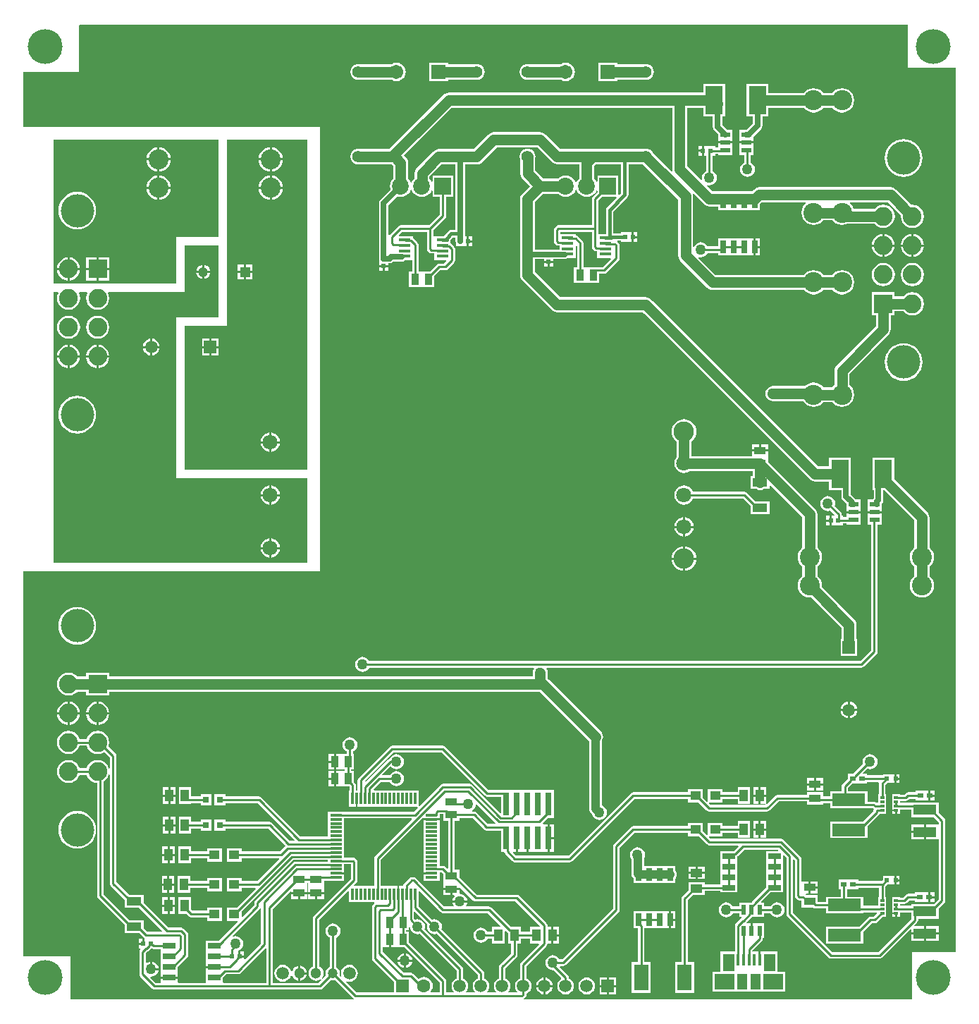
<source format=gtl>
G04*
G04 #@! TF.GenerationSoftware,Altium Limited,Altium Designer,20.0.9 (164)*
G04*
G04 Layer_Physical_Order=1*
G04 Layer_Color=255*
%FSLAX25Y25*%
%MOIN*%
G70*
G01*
G75*
%ADD11C,0.01000*%
%ADD151R,0.08268X0.13583*%
%ADD152R,0.15748X0.05906*%
%ADD153R,0.10709X0.04961*%
%ADD154R,0.06890X0.03937*%
%ADD155R,0.03937X0.05709*%
%ADD156R,0.04921X0.04331*%
%ADD157R,0.04724X0.02362*%
%ADD158R,0.02953X0.02362*%
%ADD159R,0.03150X0.03150*%
%ADD160R,0.02362X0.02441*%
%ADD161R,0.02559X0.06004*%
%ADD162R,0.02913X0.11004*%
%ADD163R,0.07008X0.12402*%
%ADD164R,0.05709X0.03937*%
%ADD165R,0.06004X0.02559*%
%ADD166R,0.02362X0.04724*%
%ADD167R,0.01772X0.05433*%
%ADD168R,0.05807X0.08268*%
%ADD169R,0.04626X0.07480*%
%ADD170R,0.09350X0.07480*%
%ADD171R,0.03780X0.05472*%
%ADD172R,0.05472X0.03780*%
%ADD173R,0.01181X0.05807*%
%ADD174R,0.05807X0.01181*%
%ADD175R,0.05787X0.03819*%
%ADD176R,0.01870X0.01181*%
%ADD177R,0.01870X0.01968*%
%ADD178R,0.05709X0.01772*%
%ADD179R,0.02441X0.02362*%
%ADD230C,0.02500*%
%ADD231C,0.01500*%
%ADD232C,0.05000*%
%ADD233C,0.04000*%
%ADD234R,0.04724X0.04724*%
%ADD235C,0.04724*%
%ADD236C,0.16500*%
%ADD237R,0.07972X0.07972*%
%ADD238C,0.07972*%
%ADD239C,0.05906*%
%ADD240R,0.05906X0.05906*%
%ADD241R,0.06299X0.06299*%
%ADD242C,0.06299*%
%ADD243C,0.09449*%
%ADD244C,0.05118*%
%ADD245C,0.15748*%
%ADD246C,0.08858*%
%ADD247R,0.08858X0.08858*%
%ADD248R,0.06732X0.06732*%
%ADD249C,0.06732*%
%ADD250C,0.09646*%
%ADD251C,0.07087*%
%ADD252R,0.05906X0.05906*%
%ADD253C,0.05512*%
%ADD254C,0.05000*%
G36*
X74000Y408000D02*
X74000Y408000D01*
X94000D01*
Y362000D01*
X74000D01*
X74000Y340000D01*
X16000Y340000D01*
X16000Y408000D01*
X74000Y408000D01*
D02*
G37*
G36*
X94000Y324000D02*
X74000Y324000D01*
X74000Y248000D01*
X136000Y248000D01*
Y208000D01*
X16000D01*
Y336000D01*
X17701D01*
X18035Y335500D01*
X17636Y334535D01*
X17449Y333118D01*
X17636Y331701D01*
X18183Y330380D01*
X19053Y329246D01*
X20187Y328376D01*
X21508Y327829D01*
X22925Y327642D01*
X24342Y327829D01*
X25663Y328376D01*
X26797Y329246D01*
X27668Y330380D01*
X28215Y331701D01*
X28401Y333118D01*
X28215Y334535D01*
X27815Y335500D01*
X28149Y336000D01*
X31481D01*
X31815Y335500D01*
X31415Y334535D01*
X31229Y333118D01*
X31415Y331701D01*
X31962Y330380D01*
X32833Y329246D01*
X33967Y328376D01*
X35287Y327829D01*
X36705Y327642D01*
X38122Y327829D01*
X39443Y328376D01*
X40577Y329246D01*
X41447Y330380D01*
X41994Y331701D01*
X42181Y333118D01*
X41994Y334535D01*
X41595Y335500D01*
X41929Y336000D01*
X78000D01*
Y358000D01*
X94000D01*
X94000Y324000D01*
D02*
G37*
G36*
X136000Y252000D02*
X78000D01*
Y320000D01*
X98000D01*
Y408000D01*
X136000D01*
Y252000D01*
D02*
G37*
G36*
X420000Y442000D02*
X442471D01*
Y24000D01*
X422000D01*
Y1529D01*
X238225D01*
X238073Y2029D01*
X238432Y2269D01*
X239081Y2919D01*
X239413Y3415D01*
X239529Y4000D01*
Y4355D01*
X239993Y4547D01*
X240819Y5181D01*
X241453Y6007D01*
X241851Y6968D01*
X241987Y8000D01*
X241851Y9032D01*
X241453Y9993D01*
X240819Y10819D01*
X239993Y11453D01*
X239529Y11645D01*
Y17367D01*
X248921Y26759D01*
X249253Y27255D01*
X249369Y27840D01*
Y28146D01*
X251240D01*
Y32000D01*
Y35854D01*
X249369D01*
Y36590D01*
X249253Y37175D01*
X248921Y37671D01*
X236005Y50587D01*
X235509Y50919D01*
X234924Y51035D01*
X215974D01*
X207736Y59273D01*
Y62890D01*
X205529D01*
Y86000D01*
X207736D01*
Y87360D01*
X214060D01*
X219504Y81917D01*
X220000Y81585D01*
X220586Y81469D01*
X227543D01*
Y71494D01*
X228908D01*
X229007Y70995D01*
X229339Y70498D01*
X232919Y66919D01*
X233415Y66587D01*
X234000Y66471D01*
X260000D01*
X260585Y66587D01*
X261081Y66919D01*
X290634Y96471D01*
X315976D01*
Y94835D01*
X320735D01*
X324651Y90919D01*
X325147Y90587D01*
X325732Y90471D01*
X353334D01*
X353920Y90587D01*
X354416Y90919D01*
X358700Y95203D01*
X372106D01*
Y93823D01*
X379894D01*
Y94471D01*
X383126D01*
Y92047D01*
X394305D01*
X394453Y92018D01*
X403172D01*
X403224Y91966D01*
X403720Y91634D01*
X403721Y91632D01*
X403605Y91047D01*
Y90673D01*
X398711Y85780D01*
X383126D01*
Y77874D01*
X400874D01*
Y83617D01*
X406215Y88958D01*
X406547Y89454D01*
X406547Y89457D01*
X409652D01*
Y91425D01*
Y95362D01*
Y98543D01*
X409246D01*
Y103052D01*
X410210Y104016D01*
X411917Y104016D01*
X412417Y104016D01*
X413518D01*
Y106000D01*
Y107984D01*
X412417D01*
X412083Y107984D01*
X411583Y107984D01*
X408047D01*
Y107529D01*
X400642D01*
Y108181D01*
X398832D01*
X398641Y108643D01*
X400734Y110736D01*
X401086Y110590D01*
X402000Y110470D01*
X402914Y110590D01*
X403765Y110943D01*
X404496Y111504D01*
X405057Y112235D01*
X405410Y113086D01*
X405530Y114000D01*
X405410Y114914D01*
X405057Y115765D01*
X404496Y116496D01*
X403765Y117057D01*
X402914Y117410D01*
X402000Y117530D01*
X401086Y117410D01*
X400235Y117057D01*
X399504Y116496D01*
X398943Y115765D01*
X398590Y114914D01*
X398470Y114000D01*
X398590Y113086D01*
X398639Y112968D01*
X393853Y108181D01*
X391358D01*
Y105686D01*
X388934Y103262D01*
X388603Y102766D01*
X388486Y102181D01*
Y99953D01*
X383126D01*
Y97529D01*
X379894D01*
Y99642D01*
X372106D01*
Y98262D01*
X358067D01*
X357481Y98145D01*
X356985Y97814D01*
X353240Y94068D01*
X353201Y94088D01*
X352772Y94307D01*
X352772Y94579D01*
Y97500D01*
X350303D01*
Y94146D01*
X352154D01*
X352381Y93848D01*
X352434Y93646D01*
X352363Y93529D01*
X326366D01*
X325560Y94335D01*
X325768Y94835D01*
X332150D01*
Y96471D01*
X339354D01*
Y94146D01*
X345291D01*
Y101854D01*
X339354D01*
Y99529D01*
X332150D01*
Y101165D01*
X325228D01*
Y95374D01*
X324728Y95167D01*
X322898Y96997D01*
Y101165D01*
X315976D01*
Y99529D01*
X290000D01*
X289415Y99413D01*
X288919Y99081D01*
X259366Y69529D01*
X234633D01*
X233131Y71032D01*
X233322Y71494D01*
X234500D01*
Y77996D01*
X235500D01*
Y71494D01*
X237457D01*
Y71494D01*
X237543D01*
Y71494D01*
X239500D01*
Y77996D01*
X240500D01*
Y71494D01*
X242457D01*
Y71494D01*
X242543D01*
Y71494D01*
X247043D01*
X247457Y71494D01*
X247957Y71494D01*
X249500D01*
Y77996D01*
Y84498D01*
X247957D01*
X247409Y84498D01*
X247202Y84998D01*
X249706Y87502D01*
X252457D01*
Y100506D01*
X247957D01*
X247543Y100506D01*
Y100506D01*
X247457D01*
Y100506D01*
X242957D01*
X242543Y100506D01*
X242043Y100506D01*
X237957D01*
X237543Y100506D01*
X237043Y100506D01*
X232957D01*
X232543Y100506D01*
Y100506D01*
X232457D01*
Y100506D01*
X229191D01*
X229043Y100535D01*
X221628D01*
X201081Y121081D01*
X200585Y121413D01*
X200000Y121529D01*
X176000D01*
X175415Y121413D01*
X174919Y121081D01*
X160092Y106255D01*
X159760Y105759D01*
X159644Y105173D01*
Y100494D01*
X158766D01*
Y103028D01*
X158649Y103613D01*
X158318Y104109D01*
X158000Y104427D01*
Y109736D01*
X156640D01*
Y110264D01*
X158000D01*
Y117736D01*
X157529D01*
Y118845D01*
X157765Y118943D01*
X158496Y119504D01*
X159057Y120235D01*
X159410Y121086D01*
X159530Y122000D01*
X159410Y122914D01*
X159057Y123765D01*
X158496Y124496D01*
X157765Y125057D01*
X156914Y125410D01*
X156000Y125530D01*
X155086Y125410D01*
X154235Y125057D01*
X153504Y124496D01*
X152943Y123765D01*
X152590Y122914D01*
X152470Y122000D01*
X152590Y121086D01*
X152943Y120235D01*
X153504Y119504D01*
X154235Y118943D01*
X154471Y118845D01*
Y117736D01*
X152279D01*
X152220Y117736D01*
X151779D01*
X151720Y117736D01*
X149390D01*
Y114000D01*
Y110264D01*
X151720D01*
X151779Y110264D01*
X152220D01*
X152279Y110264D01*
X153581D01*
Y109736D01*
X152279D01*
X152220Y109736D01*
X151779D01*
X151720Y109736D01*
X149390D01*
Y106000D01*
Y102264D01*
X151720D01*
X151779Y102264D01*
X152220D01*
X152279Y102264D01*
X155707D01*
Y100494D01*
X155646D01*
Y92687D01*
X158827D01*
Y96591D01*
X159582D01*
Y92687D01*
X187817D01*
X188024Y92187D01*
X186130Y90293D01*
X153313D01*
Y90354D01*
X145506D01*
Y87173D01*
Y83236D01*
Y78608D01*
X132584D01*
X114111Y97081D01*
X113615Y97413D01*
X113030Y97529D01*
X97071D01*
Y98575D01*
X91921D01*
Y93425D01*
X97071D01*
Y94471D01*
X112396D01*
X129797Y77070D01*
X129605Y76608D01*
X127584D01*
X119111Y85081D01*
X118615Y85413D01*
X118029Y85529D01*
X97071D01*
Y86575D01*
X91921D01*
Y81425D01*
X97071D01*
Y82471D01*
X117396D01*
X125580Y74287D01*
X125567Y74160D01*
X122936Y71529D01*
X104713D01*
Y73165D01*
X97791D01*
Y66835D01*
X104713D01*
Y68471D01*
X122373D01*
X122565Y68009D01*
X112085Y57529D01*
X104713D01*
Y59165D01*
X97791D01*
Y52835D01*
X104713D01*
Y54471D01*
X111202D01*
X111393Y54009D01*
X102550Y45165D01*
X97791D01*
Y38835D01*
X102741D01*
X102932Y38373D01*
X93839Y29280D01*
X87998D01*
Y24721D01*
X87998D01*
Y24280D01*
X87998D01*
Y19721D01*
X87998D01*
Y19279D01*
X87998D01*
Y17500D01*
X92000D01*
Y16500D01*
X87998D01*
Y14720D01*
X87998D01*
Y14279D01*
X87998D01*
Y9720D01*
X87619Y9429D01*
X75027D01*
X74648Y9720D01*
X74648Y9929D01*
Y11500D01*
X70646D01*
X66644D01*
Y9929D01*
X66644Y9720D01*
X66264Y9429D01*
X64241D01*
X61660Y12010D01*
X61893Y12484D01*
X62000Y12470D01*
X62914Y12590D01*
X63765Y12943D01*
X64496Y13504D01*
X65057Y14235D01*
X65410Y15086D01*
X65464Y15500D01*
X62000D01*
Y16000D01*
X61500D01*
Y19464D01*
X61086Y19410D01*
X60235Y19057D01*
X59978Y18860D01*
X59529Y19081D01*
Y23516D01*
X60400Y24387D01*
X60866Y24698D01*
X61947Y25780D01*
X62204D01*
X62493Y25587D01*
X63078Y25471D01*
X66644D01*
Y24721D01*
X66644Y24721D01*
Y24280D01*
X66644D01*
X66644Y24220D01*
Y19721D01*
X66644D01*
Y19279D01*
X66644D01*
Y14780D01*
X66644Y14720D01*
Y14279D01*
X66644Y14220D01*
Y12500D01*
X70646D01*
X74648D01*
Y14220D01*
X74648Y14279D01*
Y14720D01*
X74648Y14780D01*
Y17117D01*
X79081Y21551D01*
X79413Y22047D01*
X79529Y22632D01*
Y32243D01*
X79413Y32828D01*
X79081Y33324D01*
X77324Y35081D01*
X76828Y35413D01*
X76243Y35529D01*
X70015D01*
X58445Y47100D01*
Y50874D01*
X51718D01*
X45529Y57063D01*
Y116757D01*
X45413Y117342D01*
X45081Y117838D01*
X41769Y121150D01*
X41994Y121693D01*
X42181Y123110D01*
X41994Y124528D01*
X41447Y125848D01*
X40577Y126982D01*
X39443Y127853D01*
X38122Y128400D01*
X36705Y128586D01*
X35287Y128400D01*
X33967Y127853D01*
X32833Y126982D01*
X31962Y125848D01*
X31462Y124640D01*
X28168D01*
X27668Y125848D01*
X26797Y126982D01*
X25663Y127853D01*
X24342Y128400D01*
X22925Y128586D01*
X21508Y128400D01*
X20187Y127853D01*
X19053Y126982D01*
X18183Y125848D01*
X17636Y124528D01*
X17449Y123110D01*
X17636Y121693D01*
X18183Y120372D01*
X19053Y119238D01*
X20187Y118368D01*
X21508Y117821D01*
X22925Y117634D01*
X24342Y117821D01*
X25663Y118368D01*
X26797Y119238D01*
X27668Y120372D01*
X28168Y121581D01*
X31462D01*
X31962Y120372D01*
X32833Y119238D01*
X33967Y118368D01*
X35287Y117821D01*
X36705Y117634D01*
X38122Y117821D01*
X39443Y118368D01*
X39886Y118708D01*
X42471Y116123D01*
Y110847D01*
X41994Y110748D01*
X41447Y112069D01*
X40577Y113203D01*
X39443Y114073D01*
X38122Y114620D01*
X36705Y114807D01*
X35287Y114620D01*
X33967Y114073D01*
X32833Y113203D01*
X31962Y112069D01*
X31462Y110860D01*
X28168D01*
X27668Y112069D01*
X26797Y113203D01*
X25663Y114073D01*
X24342Y114620D01*
X22925Y114807D01*
X21508Y114620D01*
X20187Y114073D01*
X19053Y113203D01*
X18183Y112069D01*
X17636Y110748D01*
X17449Y109331D01*
X17636Y107913D01*
X18183Y106593D01*
X19053Y105459D01*
X20187Y104588D01*
X21508Y104041D01*
X22925Y103855D01*
X24342Y104041D01*
X25663Y104588D01*
X26797Y105459D01*
X27668Y106593D01*
X28168Y107801D01*
X31462D01*
X31962Y106593D01*
X32833Y105459D01*
X33967Y104588D01*
X35287Y104041D01*
X36471Y103885D01*
Y50618D01*
X36587Y50033D01*
X36919Y49537D01*
X49555Y36900D01*
Y33126D01*
X56282D01*
X58489Y30919D01*
X58786Y30720D01*
X58689Y30401D01*
Y28000D01*
X58189D01*
Y27500D01*
X56008D01*
Y25780D01*
X56814D01*
X57005Y25318D01*
X56919Y25231D01*
X56587Y24735D01*
X56471Y24150D01*
Y13507D01*
X56587Y12922D01*
X56919Y12426D01*
X62526Y6819D01*
X63022Y6487D01*
X63607Y6371D01*
X141774D01*
X142359Y6487D01*
X142855Y6819D01*
X146830Y10793D01*
X146996Y10724D01*
X147874Y10609D01*
X148752Y10724D01*
X148918Y10793D01*
X157442Y2269D01*
X157801Y2029D01*
X157649Y1529D01*
X24000D01*
Y22000D01*
X1529D01*
Y204000D01*
X142000D01*
X142000Y414000D01*
X1529Y414000D01*
Y440000D01*
X28000D01*
X27859Y462116D01*
X28211Y462471D01*
X420000D01*
Y442000D01*
D02*
G37*
G36*
X219913Y97925D02*
X220409Y97593D01*
X220994Y97477D01*
X227543D01*
Y89960D01*
X227081Y89768D01*
X213768Y103081D01*
X213272Y103413D01*
X212687Y103529D01*
X200000D01*
X199415Y103413D01*
X198919Y103081D01*
X188854Y93017D01*
X188354Y93224D01*
Y100494D01*
X167364D01*
X167157Y100994D01*
X170633Y104471D01*
X174845D01*
X174943Y104235D01*
X175504Y103504D01*
X176235Y102943D01*
X177086Y102590D01*
X178000Y102470D01*
X178914Y102590D01*
X179765Y102943D01*
X180496Y103504D01*
X181057Y104235D01*
X181410Y105086D01*
X181530Y106000D01*
X181410Y106914D01*
X181057Y107765D01*
X180496Y108496D01*
X179765Y109057D01*
X178914Y109410D01*
X178000Y109530D01*
X177086Y109410D01*
X176235Y109057D01*
X175504Y108496D01*
X174943Y107765D01*
X174845Y107529D01*
X171517D01*
X171326Y107991D01*
X174947Y111612D01*
X175446Y111580D01*
X175504Y111504D01*
X176235Y110943D01*
X177086Y110590D01*
X178000Y110470D01*
X178914Y110590D01*
X179765Y110943D01*
X180496Y111504D01*
X181057Y112235D01*
X181410Y113086D01*
X181530Y114000D01*
X181410Y114914D01*
X181057Y115765D01*
X180496Y116496D01*
X179765Y117057D01*
X178914Y117410D01*
X178000Y117530D01*
X177086Y117410D01*
X176235Y117057D01*
X175504Y116496D01*
X174943Y115765D01*
X174816Y115459D01*
X174586Y115413D01*
X174090Y115081D01*
X163515Y104506D01*
X162972Y104671D01*
X162949Y104786D01*
X176634Y118471D01*
X199366D01*
X219913Y97925D01*
D02*
G37*
G36*
X406244Y103971D02*
X406187Y103685D01*
Y98543D01*
X405782D01*
Y94577D01*
X404939D01*
X404887Y94629D01*
X404391Y94960D01*
X403805Y95077D01*
X400874D01*
Y99953D01*
X391545D01*
Y101548D01*
X393816Y103819D01*
X400642D01*
Y104471D01*
X405882D01*
X406244Y103971D01*
D02*
G37*
G36*
X200264Y86000D02*
X202471D01*
Y63553D01*
X201971Y63346D01*
X201062Y64255D01*
X200566Y64586D01*
X199980Y64703D01*
X198494D01*
Y69457D01*
Y73394D01*
Y77331D01*
Y81268D01*
Y85205D01*
Y86418D01*
X194591D01*
X190687D01*
Y85205D01*
Y81268D01*
Y77331D01*
Y73394D01*
Y69457D01*
Y65520D01*
Y61583D01*
Y61582D01*
X194591D01*
Y60827D01*
X190687D01*
Y57646D01*
X198494D01*
Y61644D01*
X199347D01*
X200264Y60727D01*
Y57169D01*
X200264Y57110D01*
X200264D01*
Y56669D01*
X200264D01*
Y54280D01*
X207736D01*
Y54294D01*
X208198Y54485D01*
X214259Y48425D01*
X214755Y48093D01*
X215340Y47976D01*
X234291D01*
X245913Y36354D01*
X245706Y35854D01*
X241291D01*
Y33529D01*
X236709D01*
Y35854D01*
X232419D01*
X232272Y35884D01*
X232019D01*
X222822Y45081D01*
X222325Y45413D01*
X221740Y45529D01*
X211081D01*
X210860Y45978D01*
X211057Y46235D01*
X211410Y47086D01*
X211464Y47500D01*
X204536D01*
X204590Y47086D01*
X204943Y46235D01*
X205140Y45978D01*
X204919Y45529D01*
X200634D01*
X187157Y59006D01*
X186661Y59338D01*
X186075Y59454D01*
X185247D01*
X184662Y59338D01*
X184165Y59006D01*
X181655Y56495D01*
X181323Y55999D01*
X181207Y55414D01*
Y55313D01*
X179268D01*
Y51410D01*
X178512D01*
Y55313D01*
X170577D01*
Y67727D01*
X190225Y87375D01*
X190418Y87295D01*
X190687D01*
Y87173D01*
X194591D01*
X198494D01*
Y89171D01*
X200264D01*
Y86000D01*
D02*
G37*
G36*
X224848Y84989D02*
X224656Y84527D01*
X221219D01*
X215775Y89971D01*
X215279Y90303D01*
X214694Y90419D01*
X213808D01*
X213708Y90919D01*
X213765Y90943D01*
X214496Y91504D01*
X215057Y92235D01*
X215410Y93086D01*
X215484Y93646D01*
X216012Y93826D01*
X224848Y84989D01*
D02*
G37*
G36*
X156471Y58634D02*
X138919Y41081D01*
X138587Y40585D01*
X138471Y40000D01*
Y17219D01*
X138205Y17109D01*
X137462Y16538D01*
X136891Y15795D01*
X136533Y14929D01*
X136410Y14000D01*
X136533Y13071D01*
X136891Y12205D01*
X137462Y11462D01*
X138205Y10891D01*
X139071Y10533D01*
X140000Y10410D01*
X140929Y10533D01*
X141795Y10891D01*
X142226Y11222D01*
X142556Y10845D01*
X141140Y9429D01*
X119529D01*
Y44433D01*
X127802Y52706D01*
X128264Y52514D01*
Y52500D01*
X135736D01*
Y54890D01*
X135736Y54890D01*
Y55331D01*
X135736D01*
X135736Y55390D01*
Y56691D01*
X136264D01*
Y55390D01*
X136264Y55331D01*
Y54890D01*
X136264Y54831D01*
Y52500D01*
X143736D01*
Y54831D01*
X143736Y54890D01*
Y55331D01*
X143736Y55390D01*
Y57707D01*
X145506D01*
Y57646D01*
X153313D01*
Y60827D01*
X149409D01*
Y61582D01*
X153313D01*
Y61583D01*
Y65581D01*
X156471D01*
Y58634D01*
D02*
G37*
G36*
X185297Y86773D02*
X167966Y69442D01*
X167634Y68945D01*
X167518Y68360D01*
Y55313D01*
X158129D01*
X157938Y55775D01*
X159081Y56919D01*
X159413Y57415D01*
X159529Y58000D01*
Y66524D01*
X159413Y67110D01*
X159081Y67606D01*
X158496Y68192D01*
X158000Y68523D01*
X157414Y68640D01*
X153313D01*
Y71425D01*
Y75362D01*
Y79299D01*
Y83236D01*
Y87234D01*
X185105D01*
X185297Y86773D01*
D02*
G37*
G36*
X145506Y66703D02*
X130084D01*
X129499Y66586D01*
X129003Y66255D01*
X111212Y48464D01*
X110880Y47967D01*
X110764Y47382D01*
Y46204D01*
X105175Y40615D01*
X104713Y40806D01*
Y43003D01*
X129260Y67549D01*
X145506D01*
Y66703D01*
D02*
G37*
G36*
X198919Y42919D02*
X199415Y42587D01*
X200000Y42471D01*
X221107D01*
X227261Y36316D01*
X227070Y35854D01*
X223291D01*
Y33529D01*
X221155D01*
X221057Y33765D01*
X220496Y34496D01*
X219765Y35057D01*
X218914Y35410D01*
X218000Y35530D01*
X217086Y35410D01*
X216235Y35057D01*
X215504Y34496D01*
X214943Y33765D01*
X214590Y32914D01*
X214470Y32000D01*
X214590Y31086D01*
X214943Y30235D01*
X215504Y29504D01*
X216235Y28943D01*
X217086Y28590D01*
X218000Y28470D01*
X218914Y28590D01*
X219765Y28943D01*
X220496Y29504D01*
X221057Y30235D01*
X221155Y30471D01*
X223291D01*
Y28146D01*
X229228D01*
Y33696D01*
X229690Y33887D01*
X230304Y33273D01*
X230772Y32961D01*
Y28146D01*
X232211D01*
Y23228D01*
X226919Y17936D01*
X226587Y17440D01*
X226471Y16854D01*
Y11645D01*
X226007Y11453D01*
X225181Y10819D01*
X224547Y9993D01*
X224149Y9032D01*
X224013Y8000D01*
X224149Y6968D01*
X224547Y6007D01*
X225028Y5380D01*
X224782Y4880D01*
X221218D01*
X220972Y5380D01*
X221453Y6007D01*
X221851Y6968D01*
X221987Y8000D01*
X221851Y9032D01*
X221453Y9993D01*
X220819Y10819D01*
X219993Y11453D01*
X219529Y11645D01*
Y14000D01*
X219413Y14585D01*
X219081Y15081D01*
X199312Y34851D01*
X199410Y35086D01*
X199530Y36000D01*
X199410Y36914D01*
X199057Y37765D01*
X198496Y38496D01*
X197765Y39057D01*
X196914Y39410D01*
X196000Y39530D01*
X195086Y39410D01*
X194851Y39312D01*
X188415Y45748D01*
Y51410D01*
X188354Y51716D01*
Y52829D01*
X188816Y53021D01*
X198919Y42919D01*
D02*
G37*
G36*
X42471Y107815D02*
Y56429D01*
X42587Y55844D01*
X42919Y55348D01*
X49555Y48711D01*
Y44937D01*
X56282D01*
X67228Y33991D01*
X67036Y33529D01*
X60204D01*
X58445Y35289D01*
Y39063D01*
X51718D01*
X39529Y51252D01*
Y104655D01*
X40577Y105459D01*
X41447Y106593D01*
X41994Y107913D01*
X42471Y107815D01*
D02*
G37*
G36*
X113995Y44518D02*
Y28158D01*
X106454Y20617D01*
X105992Y20808D01*
Y21500D01*
X103811D01*
Y22000D01*
X103311D01*
Y24305D01*
X103228Y24721D01*
X103765Y24943D01*
X104496Y25504D01*
X105057Y26235D01*
X105410Y27086D01*
X105530Y28000D01*
X105410Y28914D01*
X105057Y29765D01*
X104496Y30496D01*
X103765Y31057D01*
X102914Y31410D01*
X102000Y31530D01*
X101086Y31410D01*
X100943Y31350D01*
X100660Y31774D01*
X113374Y44489D01*
X113495Y44669D01*
X113995Y44518D01*
D02*
G37*
G36*
X155646Y52829D02*
Y47506D01*
X167389D01*
X167541Y47006D01*
X167504Y46981D01*
X166919Y46396D01*
X166587Y45900D01*
X166471Y45314D01*
Y21000D01*
X166587Y20415D01*
X166919Y19919D01*
X176850Y9987D01*
Y4880D01*
X159157D01*
X154226Y9811D01*
X154509Y10235D01*
X154716Y10149D01*
X155748Y10013D01*
X156780Y10149D01*
X157741Y10547D01*
X158567Y11181D01*
X159201Y12007D01*
X159599Y12968D01*
X159735Y14000D01*
X159599Y15032D01*
X159201Y15993D01*
X158567Y16819D01*
X157741Y17453D01*
X156780Y17851D01*
X155748Y17987D01*
X154716Y17851D01*
X153755Y17453D01*
X152929Y16819D01*
X152295Y15993D01*
X151897Y15032D01*
X151761Y14000D01*
X151897Y12968D01*
X151983Y12761D01*
X151559Y12478D01*
X151081Y12956D01*
X151150Y13122D01*
X151265Y14000D01*
X151150Y14878D01*
X150811Y15696D01*
X150272Y16398D01*
X149570Y16937D01*
X149466Y16980D01*
Y30819D01*
X149765Y30943D01*
X150496Y31504D01*
X151057Y32235D01*
X151410Y33086D01*
X151530Y34000D01*
X151410Y34914D01*
X151057Y35765D01*
X150496Y36496D01*
X149765Y37057D01*
X148914Y37410D01*
X148000Y37530D01*
X147086Y37410D01*
X146235Y37057D01*
X145504Y36496D01*
X144943Y35765D01*
X144590Y34914D01*
X144470Y34000D01*
X144590Y33086D01*
X144943Y32235D01*
X145504Y31504D01*
X146235Y30943D01*
X146408Y30871D01*
Y17032D01*
X146178Y16937D01*
X145476Y16398D01*
X144937Y15696D01*
X144598Y14878D01*
X144483Y14000D01*
X144598Y13122D01*
X144667Y12956D01*
X143155Y11444D01*
X142778Y11774D01*
X143109Y12205D01*
X143467Y13071D01*
X143590Y14000D01*
X143467Y14929D01*
X143109Y15795D01*
X142538Y16538D01*
X141795Y17109D01*
X141529Y17219D01*
Y39366D01*
X155184Y53021D01*
X155646Y52829D01*
D02*
G37*
G36*
X116471Y25654D02*
Y9429D01*
X96381D01*
X96002Y9720D01*
Y12117D01*
X97456Y13571D01*
X103100D01*
X103685Y13687D01*
X104181Y14019D01*
X116009Y25846D01*
X116471Y25654D01*
D02*
G37*
G36*
X241291Y28146D02*
X245329D01*
X245521Y27684D01*
X236919Y19081D01*
X236587Y18585D01*
X236471Y18000D01*
Y11645D01*
X236007Y11453D01*
X235181Y10819D01*
X234547Y9993D01*
X234149Y9032D01*
X234013Y8000D01*
X234149Y6968D01*
X234547Y6007D01*
X235028Y5380D01*
X234782Y4880D01*
X231218D01*
X230972Y5380D01*
X231453Y6007D01*
X231851Y6968D01*
X231987Y8000D01*
X231851Y9032D01*
X231453Y9993D01*
X230819Y10819D01*
X229993Y11453D01*
X229529Y11645D01*
Y16221D01*
X234822Y21513D01*
X235153Y22009D01*
X235269Y22594D01*
Y28146D01*
X236709D01*
Y30471D01*
X241291D01*
Y28146D01*
D02*
G37*
G36*
X192688Y37149D02*
X192590Y36914D01*
X192470Y36000D01*
X192590Y35086D01*
X192943Y34235D01*
X193504Y33504D01*
X194235Y32943D01*
X195086Y32590D01*
X196000Y32470D01*
X196914Y32590D01*
X197149Y32688D01*
X216471Y13366D01*
Y11645D01*
X216007Y11453D01*
X215181Y10819D01*
X214547Y9993D01*
X214149Y9032D01*
X214013Y8000D01*
X214149Y6968D01*
X214547Y6007D01*
X215028Y5380D01*
X214782Y4880D01*
X211218D01*
X210972Y5380D01*
X211453Y6007D01*
X211851Y6968D01*
X211987Y8000D01*
X211851Y9032D01*
X211453Y9993D01*
X210819Y10819D01*
X209993Y11453D01*
X209529Y11645D01*
Y16000D01*
X209413Y16585D01*
X209081Y17081D01*
X191312Y34851D01*
X191410Y35086D01*
X191530Y36000D01*
X191410Y36914D01*
X191057Y37765D01*
X190496Y38496D01*
X189765Y39057D01*
X188914Y39410D01*
X188000Y39530D01*
X187086Y39410D01*
X186851Y39312D01*
X186325Y39838D01*
Y42859D01*
X186787Y43051D01*
X192688Y37149D01*
D02*
G37*
G36*
X184590Y35086D02*
X184943Y34235D01*
X185504Y33504D01*
X186235Y32943D01*
X187086Y32590D01*
X188000Y32470D01*
X188914Y32590D01*
X189149Y32688D01*
X206471Y15367D01*
Y11645D01*
X206007Y11453D01*
X205181Y10819D01*
X204547Y9993D01*
X204149Y9032D01*
X204013Y8000D01*
X204149Y6968D01*
X204547Y6007D01*
X205028Y5380D01*
X204782Y4880D01*
X201466D01*
Y10327D01*
X201350Y10912D01*
X201019Y11408D01*
X184000Y28427D01*
Y33736D01*
X182640D01*
Y34264D01*
X184000D01*
Y35738D01*
X184500Y35771D01*
X184590Y35086D01*
D02*
G37*
G36*
X175390Y26264D02*
X177779D01*
Y26264D01*
X178220D01*
Y26264D01*
X181837D01*
X198408Y9693D01*
Y4880D01*
X194466D01*
X194220Y5380D01*
X194625Y5907D01*
X195043Y6917D01*
X195185Y8000D01*
X195043Y9083D01*
X194625Y10093D01*
X193959Y10960D01*
X193093Y11625D01*
X192083Y12043D01*
X191000Y12185D01*
X189917Y12043D01*
X188907Y11625D01*
X188453Y11276D01*
X185998Y13731D01*
X185502Y14063D01*
X184916Y14179D01*
X181484D01*
X171529Y24134D01*
Y26193D01*
X172000Y26264D01*
Y26264D01*
X174390D01*
Y30000D01*
X175390D01*
Y26264D01*
D02*
G37*
%LPC*%
G36*
X65984Y404401D02*
Y399193D01*
X71192D01*
X71061Y400187D01*
X70485Y401580D01*
X69567Y402776D01*
X68371Y403693D01*
X66979Y404270D01*
X65984Y404401D01*
D02*
G37*
G36*
X64984D02*
X63990Y404270D01*
X62597Y403693D01*
X61401Y402776D01*
X60484Y401580D01*
X59907Y400187D01*
X59776Y399193D01*
X64984D01*
Y404401D01*
D02*
G37*
G36*
X71192Y398193D02*
X65984D01*
Y392985D01*
X66979Y393116D01*
X68371Y393693D01*
X69567Y394610D01*
X70485Y395806D01*
X71061Y397199D01*
X71192Y398193D01*
D02*
G37*
G36*
X64984D02*
X59776D01*
X59907Y397199D01*
X60484Y395806D01*
X61401Y394610D01*
X62597Y393693D01*
X63990Y393116D01*
X64984Y392985D01*
Y398193D01*
D02*
G37*
G36*
X65984Y391015D02*
Y385807D01*
X71192D01*
X71061Y386802D01*
X70485Y388194D01*
X69567Y389390D01*
X68371Y390307D01*
X66979Y390884D01*
X65984Y391015D01*
D02*
G37*
G36*
X64984D02*
X63990Y390884D01*
X62597Y390307D01*
X61401Y389390D01*
X60484Y388194D01*
X59907Y386802D01*
X59776Y385807D01*
X64984D01*
Y391015D01*
D02*
G37*
G36*
X71192Y384807D02*
X65984D01*
Y379599D01*
X66979Y379730D01*
X68371Y380307D01*
X69567Y381224D01*
X70485Y382420D01*
X71061Y383813D01*
X71192Y384807D01*
D02*
G37*
G36*
X64984D02*
X59776D01*
X59907Y383813D01*
X60484Y382420D01*
X61401Y381224D01*
X62597Y380307D01*
X63990Y379730D01*
X64984Y379599D01*
Y384807D01*
D02*
G37*
G36*
X27020Y383373D02*
X25280Y383202D01*
X23607Y382695D01*
X22066Y381871D01*
X20714Y380762D01*
X19605Y379411D01*
X18781Y377869D01*
X18274Y376196D01*
X18103Y374457D01*
X18274Y372717D01*
X18781Y371044D01*
X19605Y369503D01*
X20714Y368151D01*
X22066Y367042D01*
X23607Y366218D01*
X25280Y365711D01*
X27020Y365540D01*
X28759Y365711D01*
X30432Y366218D01*
X31974Y367042D01*
X33325Y368151D01*
X34434Y369503D01*
X35258Y371044D01*
X35765Y372717D01*
X35937Y374457D01*
X35765Y376196D01*
X35258Y377869D01*
X34434Y379411D01*
X33325Y380762D01*
X31974Y381871D01*
X30432Y382695D01*
X28759Y383202D01*
X27020Y383373D01*
D02*
G37*
G36*
X42134Y352327D02*
X37205D01*
Y347398D01*
X42134D01*
Y352327D01*
D02*
G37*
G36*
X23425Y352308D02*
Y347398D01*
X28335D01*
X28215Y348315D01*
X27668Y349636D01*
X26797Y350770D01*
X25663Y351640D01*
X24342Y352187D01*
X23425Y352308D01*
D02*
G37*
G36*
X22425D02*
X21508Y352187D01*
X20187Y351640D01*
X19053Y350770D01*
X18183Y349636D01*
X17636Y348315D01*
X17515Y347398D01*
X22425D01*
Y352308D01*
D02*
G37*
G36*
X36205Y352327D02*
X31276D01*
Y347398D01*
X36205D01*
Y352327D01*
D02*
G37*
G36*
X28335Y346398D02*
X23425D01*
Y341487D01*
X24342Y341608D01*
X25663Y342155D01*
X26797Y343025D01*
X27668Y344160D01*
X28215Y345480D01*
X28335Y346398D01*
D02*
G37*
G36*
X22425D02*
X17515D01*
X17636Y345480D01*
X18183Y344160D01*
X19053Y343025D01*
X20187Y342155D01*
X21508Y341608D01*
X22425Y341487D01*
Y346398D01*
D02*
G37*
G36*
X42134D02*
X37205D01*
Y341469D01*
X42134D01*
Y346398D01*
D02*
G37*
G36*
X36205D02*
X31276D01*
Y341469D01*
X36205D01*
Y346398D01*
D02*
G37*
G36*
X87157Y348825D02*
Y346000D01*
X89983D01*
X89933Y346378D01*
X89594Y347196D01*
X89055Y347898D01*
X88353Y348437D01*
X87535Y348776D01*
X87157Y348825D01*
D02*
G37*
G36*
X86158D02*
X85780Y348776D01*
X84962Y348437D01*
X84259Y347898D01*
X83721Y347196D01*
X83382Y346378D01*
X83332Y346000D01*
X86158D01*
Y348825D01*
D02*
G37*
G36*
X89983Y345000D02*
X87157D01*
Y342175D01*
X87535Y342224D01*
X88353Y342563D01*
X89055Y343102D01*
X89594Y343804D01*
X89933Y344622D01*
X89983Y345000D01*
D02*
G37*
G36*
X86158D02*
X83332D01*
X83382Y344622D01*
X83721Y343804D01*
X84259Y343102D01*
X84962Y342563D01*
X85780Y342224D01*
X86158Y342175D01*
Y345000D01*
D02*
G37*
G36*
X36705Y324815D02*
X35287Y324628D01*
X33967Y324081D01*
X32833Y323211D01*
X31962Y322077D01*
X31415Y320756D01*
X31229Y319339D01*
X31415Y317921D01*
X31962Y316601D01*
X32833Y315466D01*
X33967Y314596D01*
X35287Y314049D01*
X36705Y313863D01*
X38122Y314049D01*
X39443Y314596D01*
X40577Y315466D01*
X41447Y316601D01*
X41994Y317921D01*
X42181Y319339D01*
X41994Y320756D01*
X41447Y322077D01*
X40577Y323211D01*
X39443Y324081D01*
X38122Y324628D01*
X36705Y324815D01*
D02*
G37*
G36*
X22925D02*
X21508Y324628D01*
X20187Y324081D01*
X19053Y323211D01*
X18183Y322077D01*
X17636Y320756D01*
X17449Y319339D01*
X17636Y317921D01*
X18183Y316601D01*
X19053Y315466D01*
X20187Y314596D01*
X21508Y314049D01*
X22925Y313863D01*
X24342Y314049D01*
X25663Y314596D01*
X26797Y315466D01*
X27668Y316601D01*
X28215Y317921D01*
X28401Y319339D01*
X28215Y320756D01*
X27668Y322077D01*
X26797Y323211D01*
X25663Y324081D01*
X24342Y324628D01*
X22925Y324815D01*
D02*
G37*
G36*
X62524Y313921D02*
Y310500D01*
X65945D01*
X65875Y311032D01*
X65476Y311993D01*
X64843Y312819D01*
X64017Y313453D01*
X63055Y313851D01*
X62524Y313921D01*
D02*
G37*
G36*
X61524D02*
X60992Y313851D01*
X60030Y313453D01*
X59205Y312819D01*
X58571Y311993D01*
X58173Y311032D01*
X58103Y310500D01*
X61524D01*
Y313921D01*
D02*
G37*
G36*
X65945Y309500D02*
X62524D01*
Y306079D01*
X63055Y306149D01*
X64017Y306547D01*
X64843Y307181D01*
X65476Y308007D01*
X65875Y308968D01*
X65945Y309500D01*
D02*
G37*
G36*
X61524D02*
X58103D01*
X58173Y308968D01*
X58571Y308007D01*
X59205Y307181D01*
X60030Y306547D01*
X60992Y306149D01*
X61524Y306079D01*
Y309500D01*
D02*
G37*
G36*
X37205Y310969D02*
Y306059D01*
X42115D01*
X41994Y306976D01*
X41447Y308297D01*
X40577Y309431D01*
X39443Y310301D01*
X38122Y310848D01*
X37205Y310969D01*
D02*
G37*
G36*
X23425D02*
Y306059D01*
X28335D01*
X28215Y306976D01*
X27668Y308297D01*
X26797Y309431D01*
X25663Y310301D01*
X24342Y310848D01*
X23425Y310969D01*
D02*
G37*
G36*
X36205D02*
X35287Y310848D01*
X33967Y310301D01*
X32833Y309431D01*
X31962Y308297D01*
X31415Y306976D01*
X31295Y306059D01*
X36205D01*
Y310969D01*
D02*
G37*
G36*
X22425D02*
X21508Y310848D01*
X20187Y310301D01*
X19053Y309431D01*
X18183Y308297D01*
X17636Y306976D01*
X17515Y306059D01*
X22425D01*
Y310969D01*
D02*
G37*
G36*
X42115Y305059D02*
X37205D01*
Y300149D01*
X38122Y300270D01*
X39443Y300817D01*
X40577Y301687D01*
X41447Y302821D01*
X41994Y304142D01*
X42115Y305059D01*
D02*
G37*
G36*
X28335D02*
X23425D01*
Y300149D01*
X24342Y300270D01*
X25663Y300817D01*
X26797Y301687D01*
X27668Y302821D01*
X28215Y304142D01*
X28335Y305059D01*
D02*
G37*
G36*
X36205D02*
X31295D01*
X31415Y304142D01*
X31962Y302821D01*
X32833Y301687D01*
X33967Y300817D01*
X35287Y300270D01*
X36205Y300149D01*
Y305059D01*
D02*
G37*
G36*
X22425D02*
X17515D01*
X17636Y304142D01*
X18183Y302821D01*
X19053Y301687D01*
X20187Y300817D01*
X21508Y300270D01*
X22425Y300149D01*
Y305059D01*
D02*
G37*
G36*
X27020Y286917D02*
X25280Y286746D01*
X23607Y286238D01*
X22066Y285414D01*
X20714Y284305D01*
X19605Y282954D01*
X18781Y281412D01*
X18274Y279740D01*
X18103Y278000D01*
X18274Y276260D01*
X18781Y274588D01*
X19605Y273046D01*
X20714Y271695D01*
X22066Y270586D01*
X23607Y269762D01*
X25280Y269254D01*
X27020Y269083D01*
X28759Y269254D01*
X30432Y269762D01*
X31974Y270586D01*
X33325Y271695D01*
X34434Y273046D01*
X35258Y274588D01*
X35765Y276260D01*
X35937Y278000D01*
X35765Y279740D01*
X35258Y281412D01*
X34434Y282954D01*
X33325Y284305D01*
X31974Y285414D01*
X30432Y286238D01*
X28759Y286746D01*
X27020Y286917D01*
D02*
G37*
G36*
X118831Y244517D02*
Y240500D01*
X122847D01*
X122757Y241186D01*
X122299Y242291D01*
X121571Y243240D01*
X120622Y243969D01*
X119517Y244426D01*
X118831Y244517D01*
D02*
G37*
G36*
X117831D02*
X117145Y244426D01*
X116040Y243969D01*
X115090Y243240D01*
X114362Y242291D01*
X113904Y241186D01*
X113814Y240500D01*
X117831D01*
Y244517D01*
D02*
G37*
G36*
X122847Y239500D02*
X118831D01*
Y235483D01*
X119517Y235574D01*
X120622Y236031D01*
X121571Y236760D01*
X122299Y237709D01*
X122757Y238814D01*
X122847Y239500D01*
D02*
G37*
G36*
X117831D02*
X113814D01*
X113904Y238814D01*
X114362Y237709D01*
X115090Y236760D01*
X116040Y236031D01*
X117145Y235574D01*
X117831Y235483D01*
Y239500D01*
D02*
G37*
G36*
X118831Y219517D02*
Y215500D01*
X122847D01*
X122757Y216186D01*
X122299Y217291D01*
X121571Y218240D01*
X120622Y218969D01*
X119517Y219426D01*
X118831Y219517D01*
D02*
G37*
G36*
X117831D02*
X117145Y219426D01*
X116040Y218969D01*
X115090Y218240D01*
X114362Y217291D01*
X113904Y216186D01*
X113814Y215500D01*
X117831D01*
Y219517D01*
D02*
G37*
G36*
X122847Y214500D02*
X118831D01*
Y210483D01*
X119517Y210574D01*
X120622Y211031D01*
X121571Y211760D01*
X122299Y212709D01*
X122757Y213814D01*
X122847Y214500D01*
D02*
G37*
G36*
X117831D02*
X113814D01*
X113904Y213814D01*
X114362Y212709D01*
X115090Y211760D01*
X116040Y211031D01*
X117145Y210574D01*
X117831Y210483D01*
Y214500D01*
D02*
G37*
G36*
X119016Y404401D02*
Y399193D01*
X124224D01*
X124093Y400187D01*
X123516Y401580D01*
X122599Y402776D01*
X121403Y403693D01*
X120010Y404270D01*
X119016Y404401D01*
D02*
G37*
G36*
X118016D02*
X117021Y404270D01*
X115629Y403693D01*
X114433Y402776D01*
X113515Y401580D01*
X112939Y400187D01*
X112808Y399193D01*
X118016D01*
Y404401D01*
D02*
G37*
G36*
X124224Y398193D02*
X119016D01*
Y392985D01*
X120010Y393116D01*
X121403Y393693D01*
X122599Y394610D01*
X123516Y395806D01*
X124093Y397199D01*
X124224Y398193D01*
D02*
G37*
G36*
X118016D02*
X112808D01*
X112939Y397199D01*
X113515Y395806D01*
X114433Y394610D01*
X115629Y393693D01*
X117021Y393116D01*
X118016Y392985D01*
Y398193D01*
D02*
G37*
G36*
X119016Y391015D02*
Y385807D01*
X124224D01*
X124093Y386802D01*
X123516Y388194D01*
X122599Y389390D01*
X121403Y390307D01*
X120010Y390884D01*
X119016Y391015D01*
D02*
G37*
G36*
X118016D02*
X117021Y390884D01*
X115629Y390307D01*
X114433Y389390D01*
X113515Y388194D01*
X112939Y386802D01*
X112808Y385807D01*
X118016D01*
Y391015D01*
D02*
G37*
G36*
X124224Y384807D02*
X119016D01*
Y379599D01*
X120010Y379730D01*
X121403Y380307D01*
X122599Y381224D01*
X123516Y382420D01*
X124093Y383813D01*
X124224Y384807D01*
D02*
G37*
G36*
X118016D02*
X112808D01*
X112939Y383813D01*
X113515Y382420D01*
X114433Y381224D01*
X115629Y380307D01*
X117021Y379730D01*
X118016Y379599D01*
Y384807D01*
D02*
G37*
G36*
X109705Y348862D02*
X106843D01*
Y346000D01*
X109705D01*
Y348862D01*
D02*
G37*
G36*
X105842D02*
X102980D01*
Y346000D01*
X105842D01*
Y348862D01*
D02*
G37*
G36*
X109705Y345000D02*
X106843D01*
Y342138D01*
X109705D01*
Y345000D01*
D02*
G37*
G36*
X105842D02*
X102980D01*
Y342138D01*
X105842D01*
Y345000D01*
D02*
G37*
G36*
X93929Y313953D02*
X90476D01*
Y310500D01*
X93929D01*
Y313953D01*
D02*
G37*
G36*
X89476D02*
X86024D01*
Y310500D01*
X89476D01*
Y313953D01*
D02*
G37*
G36*
X93929Y309500D02*
X90476D01*
Y306047D01*
X93929D01*
Y309500D01*
D02*
G37*
G36*
X89476D02*
X86024D01*
Y306047D01*
X89476D01*
Y309500D01*
D02*
G37*
G36*
X118831Y269517D02*
Y265500D01*
X122847D01*
X122757Y266186D01*
X122299Y267291D01*
X121571Y268240D01*
X120622Y268969D01*
X119517Y269426D01*
X118831Y269517D01*
D02*
G37*
G36*
X117831D02*
X117145Y269426D01*
X116040Y268969D01*
X115090Y268240D01*
X114362Y267291D01*
X113904Y266186D01*
X113814Y265500D01*
X117831D01*
Y269517D01*
D02*
G37*
G36*
X122847Y264500D02*
X118831D01*
Y260483D01*
X119517Y260574D01*
X120622Y261031D01*
X121571Y261760D01*
X122299Y262709D01*
X122757Y263814D01*
X122847Y264500D01*
D02*
G37*
G36*
X117831D02*
X113814D01*
X113904Y263814D01*
X114362Y262709D01*
X115090Y261760D01*
X116040Y261031D01*
X117145Y260574D01*
X117831Y260483D01*
Y264500D01*
D02*
G37*
G36*
X258000Y444404D02*
X256860Y444254D01*
X255798Y443814D01*
X255429Y443530D01*
X241292D01*
X240981Y443659D01*
X240000Y443788D01*
X239019Y443659D01*
X238106Y443281D01*
X237321Y442679D01*
X236719Y441894D01*
X236341Y440980D01*
X236212Y440000D01*
X236341Y439019D01*
X236719Y438106D01*
X237321Y437321D01*
X238106Y436719D01*
X239019Y436341D01*
X240000Y436212D01*
X240981Y436341D01*
X241292Y436470D01*
X255429D01*
X255798Y436186D01*
X256860Y435746D01*
X258000Y435596D01*
X259140Y435746D01*
X260202Y436186D01*
X261114Y436886D01*
X261814Y437798D01*
X262254Y438860D01*
X262404Y440000D01*
X262254Y441140D01*
X261814Y442202D01*
X261114Y443114D01*
X260202Y443814D01*
X259140Y444254D01*
X258000Y444404D01*
D02*
G37*
G36*
X178000D02*
X176860Y444254D01*
X175798Y443814D01*
X175428Y443530D01*
X161292D01*
X160980Y443659D01*
X160000Y443788D01*
X159019Y443659D01*
X158106Y443281D01*
X157321Y442679D01*
X156719Y441894D01*
X156341Y440980D01*
X156212Y440000D01*
X156341Y439019D01*
X156719Y438106D01*
X157321Y437321D01*
X158106Y436719D01*
X159019Y436341D01*
X160000Y436212D01*
X160980Y436341D01*
X161292Y436470D01*
X175428D01*
X175798Y436186D01*
X176860Y435746D01*
X178000Y435596D01*
X179140Y435746D01*
X180202Y436186D01*
X181114Y436886D01*
X181814Y437798D01*
X182254Y438860D01*
X182404Y440000D01*
X182254Y441140D01*
X181814Y442202D01*
X181114Y443114D01*
X180202Y443814D01*
X179140Y444254D01*
X178000Y444404D01*
D02*
G37*
G36*
X282366Y444366D02*
X273634D01*
Y435634D01*
X282366D01*
Y436470D01*
X294708D01*
X295020Y436341D01*
X296000Y436212D01*
X296981Y436341D01*
X297894Y436719D01*
X298679Y437321D01*
X299281Y438106D01*
X299659Y439019D01*
X299788Y440000D01*
X299659Y440980D01*
X299281Y441894D01*
X298679Y442679D01*
X297894Y443281D01*
X296981Y443659D01*
X296000Y443788D01*
X295020Y443659D01*
X294708Y443530D01*
X282366D01*
Y444366D01*
D02*
G37*
G36*
X202366D02*
X193634D01*
Y435634D01*
X202366D01*
Y436470D01*
X214708D01*
X215019Y436341D01*
X216000Y436212D01*
X216981Y436341D01*
X217894Y436719D01*
X218679Y437321D01*
X219281Y438106D01*
X219659Y439019D01*
X219788Y440000D01*
X219659Y440980D01*
X219281Y441894D01*
X218679Y442679D01*
X217894Y443281D01*
X216981Y443659D01*
X216000Y443788D01*
X215019Y443659D01*
X214708Y443530D01*
X202366D01*
Y444366D01*
D02*
G37*
G36*
X333398Y434469D02*
X323130D01*
Y430207D01*
X202677D01*
X202677Y430207D01*
X201764Y430087D01*
X200912Y429734D01*
X200181Y429173D01*
X174538Y403530D01*
X161292D01*
X160980Y403659D01*
X160000Y403788D01*
X159019Y403659D01*
X158106Y403281D01*
X157321Y402679D01*
X156719Y401894D01*
X156341Y400981D01*
X156212Y400000D01*
X156341Y399020D01*
X156719Y398106D01*
X157321Y397321D01*
X158106Y396719D01*
X159019Y396341D01*
X160000Y396212D01*
X160980Y396341D01*
X161292Y396470D01*
X175609D01*
X176470Y395609D01*
Y389576D01*
X176444Y389556D01*
X175645Y388515D01*
X175142Y387302D01*
X174971Y386000D01*
X175142Y384698D01*
X175233Y384478D01*
X170378Y379622D01*
X169880Y378878D01*
X169706Y378000D01*
Y351811D01*
X169780Y351441D01*
Y349630D01*
Y348689D01*
X174221D01*
Y349517D01*
X174689D01*
X175567Y349692D01*
X176311Y350189D01*
X176346Y350224D01*
X180396D01*
X181274Y350398D01*
X182018Y350896D01*
X182085Y350996D01*
X185360D01*
Y345736D01*
X184000D01*
Y338264D01*
X189779D01*
Y338264D01*
X190220D01*
Y338264D01*
X196000D01*
Y343573D01*
X198806Y346380D01*
X201169D01*
X201754Y346496D01*
X202251Y346828D01*
X205227Y349804D01*
X205558Y350300D01*
X205675Y350886D01*
Y356418D01*
X205558Y357004D01*
X205227Y357500D01*
X204031Y358696D01*
X203571Y359003D01*
Y360523D01*
X203595Y360646D01*
X204739Y361789D01*
X205895D01*
Y360000D01*
X206008Y359432D01*
Y357780D01*
X207819D01*
X208189Y357706D01*
X208559Y357780D01*
X211311D01*
Y360000D01*
Y362221D01*
X210483D01*
Y364000D01*
Y396470D01*
X214708D01*
X215019Y396341D01*
X216000Y396212D01*
X216981Y396341D01*
X217894Y396719D01*
X218679Y397321D01*
X219281Y398106D01*
X219410Y398417D01*
X225462Y404470D01*
X244538D01*
X251504Y397504D01*
X252235Y396943D01*
X253086Y396590D01*
X254000Y396470D01*
X264470D01*
Y389576D01*
X264444Y389556D01*
X263645Y388515D01*
X263271Y387612D01*
X262729D01*
X262355Y388515D01*
X261556Y389556D01*
X260515Y390355D01*
X259302Y390858D01*
X258000Y391029D01*
X256698Y390858D01*
X255485Y390355D01*
X254444Y389556D01*
X254424Y389530D01*
X247462D01*
X243628Y393364D01*
Y398944D01*
X243659Y399020D01*
X243788Y400000D01*
X243659Y400981D01*
X243281Y401894D01*
X242679Y402679D01*
X241894Y403281D01*
X240981Y403659D01*
X240000Y403788D01*
X239019Y403659D01*
X238106Y403281D01*
X237321Y402679D01*
X236719Y401894D01*
X236341Y400981D01*
X236212Y400000D01*
X236341Y399020D01*
X236568Y398472D01*
Y391902D01*
X236688Y390988D01*
X237041Y390137D01*
X237602Y389406D01*
X241007Y386000D01*
X237504Y382496D01*
X236943Y381765D01*
X236590Y380914D01*
X236470Y380000D01*
Y353811D01*
Y344000D01*
X236590Y343086D01*
X236943Y342235D01*
X237504Y341504D01*
X251504Y327504D01*
X252235Y326943D01*
X253086Y326590D01*
X254000Y326470D01*
X294538D01*
X373504Y247504D01*
X373504Y247504D01*
X374235Y246943D01*
X375086Y246590D01*
X376000Y246470D01*
X382630D01*
Y242209D01*
X388354D01*
Y239352D01*
X388528Y238474D01*
X389025Y237730D01*
X390854Y235902D01*
Y235809D01*
X390898Y235587D01*
Y233559D01*
Y232500D01*
X394260D01*
X397622D01*
Y233559D01*
Y237921D01*
X395140D01*
X394770Y238474D01*
X392942Y240303D01*
Y247116D01*
X392898Y247338D01*
Y257791D01*
X382630D01*
Y253530D01*
X377462D01*
X298496Y332496D01*
X297765Y333057D01*
X296914Y333410D01*
X296000Y333530D01*
X255462D01*
X243530Y345462D01*
Y351517D01*
X247779D01*
Y350689D01*
X252221D01*
Y351517D01*
X255391D01*
X255421Y351511D01*
X257396D01*
X258274Y351686D01*
X258738Y351996D01*
X262854D01*
Y354555D01*
Y357735D01*
X263354Y358002D01*
X263360Y357998D01*
Y347736D01*
X262000D01*
Y340264D01*
X267779D01*
Y340264D01*
X268220D01*
Y340264D01*
X274000D01*
Y344707D01*
X276236D01*
X276821Y344823D01*
X277318Y345155D01*
X283081Y350919D01*
X283413Y351415D01*
X283529Y352000D01*
Y358028D01*
X283413Y358614D01*
X283081Y359110D01*
X282496Y359696D01*
X282466Y359716D01*
X282617Y360216D01*
X284008D01*
Y359780D01*
X289311D01*
Y362000D01*
Y364220D01*
X284008D01*
Y363784D01*
X280605D01*
Y374082D01*
X287262Y380738D01*
X287649Y381317D01*
X287784Y382000D01*
X287784Y382000D01*
Y396470D01*
X294538D01*
X311223Y379784D01*
Y353246D01*
X311344Y352333D01*
X311696Y351481D01*
X312257Y350750D01*
X324988Y338019D01*
X325719Y337458D01*
X326571Y337106D01*
X327484Y336986D01*
X370800D01*
X371224Y336433D01*
X372420Y335515D01*
X373813Y334939D01*
X375307Y334742D01*
X376801Y334939D01*
X378194Y335515D01*
X379390Y336433D01*
X379814Y336986D01*
X384186D01*
X384610Y336433D01*
X385806Y335515D01*
X387198Y334939D01*
X388693Y334742D01*
X390187Y334939D01*
X391580Y335515D01*
X392776Y336433D01*
X393693Y337629D01*
X394270Y339021D01*
X394467Y340516D01*
X394270Y342010D01*
X393693Y343403D01*
X392776Y344599D01*
X391580Y345516D01*
X390187Y346093D01*
X388693Y346290D01*
X387198Y346093D01*
X385806Y345516D01*
X384610Y344599D01*
X384186Y344046D01*
X379814D01*
X379390Y344599D01*
X378194Y345516D01*
X376801Y346093D01*
X375307Y346290D01*
X373813Y346093D01*
X372420Y345516D01*
X371224Y344599D01*
X370800Y344046D01*
X328946D01*
X320878Y352115D01*
X321074Y352554D01*
X321113Y352587D01*
X322000Y352470D01*
X322914Y352590D01*
X323765Y352943D01*
X324496Y353504D01*
X325057Y354235D01*
X325155Y354471D01*
X330221D01*
Y353321D01*
X334780D01*
Y353321D01*
X335221D01*
Y353321D01*
X339779D01*
Y353321D01*
X340220D01*
Y353321D01*
X344721D01*
X344779Y353321D01*
X345220D01*
X345280Y353321D01*
X347000D01*
Y357323D01*
Y361325D01*
X345280D01*
X345220Y361325D01*
X344779D01*
X344721Y361325D01*
X340220D01*
Y361325D01*
X339779D01*
Y361325D01*
X335221D01*
Y361325D01*
X334780D01*
Y361325D01*
X330221D01*
Y357529D01*
X325155D01*
X325057Y357765D01*
X324496Y358496D01*
X323765Y359057D01*
X322914Y359410D01*
X322000Y359530D01*
X321086Y359410D01*
X320235Y359057D01*
X319504Y358496D01*
X318943Y357765D01*
X318784Y357381D01*
X318284Y357481D01*
Y381246D01*
X318167Y382133D01*
X318200Y382172D01*
X318639Y382369D01*
X323504Y377504D01*
X324235Y376943D01*
X325086Y376590D01*
X326000Y376470D01*
X330221D01*
Y374675D01*
X334780D01*
Y374675D01*
X335221D01*
Y374675D01*
X339779D01*
Y374675D01*
X340220D01*
Y374675D01*
X344779D01*
Y374675D01*
X345220D01*
Y374675D01*
X349780D01*
Y377338D01*
X349996Y377504D01*
X350962Y378470D01*
X371623D01*
X371784Y377996D01*
X371224Y377567D01*
X370307Y376371D01*
X369730Y374979D01*
X369533Y373484D01*
X369730Y371990D01*
X370307Y370597D01*
X371224Y369402D01*
X372420Y368484D01*
X373813Y367907D01*
X375307Y367710D01*
X376801Y367907D01*
X378194Y368484D01*
X379390Y369402D01*
X379814Y369954D01*
X384186D01*
X384610Y369402D01*
X385806Y368484D01*
X387198Y367907D01*
X388693Y367710D01*
X390187Y367907D01*
X391155Y368308D01*
X391601Y368249D01*
X404086D01*
X404348Y367908D01*
X405482Y367037D01*
X406803Y366490D01*
X408220Y366304D01*
X409638Y366490D01*
X410958Y367037D01*
X412092Y367908D01*
X412963Y369042D01*
X413510Y370362D01*
X413696Y371780D01*
X413510Y373197D01*
X412963Y374518D01*
X412092Y375652D01*
X410958Y376522D01*
X409638Y377069D01*
X408220Y377256D01*
X406803Y377069D01*
X405482Y376522D01*
X404348Y375652D01*
X404086Y375310D01*
X394133D01*
X393693Y376371D01*
X392776Y377567D01*
X392216Y377996D01*
X392377Y378470D01*
X410317D01*
X416580Y372207D01*
X416524Y371780D01*
X416711Y370362D01*
X417258Y369042D01*
X418128Y367908D01*
X419262Y367037D01*
X420583Y366490D01*
X422000Y366304D01*
X423417Y366490D01*
X424738Y367037D01*
X425872Y367908D01*
X426742Y369042D01*
X427289Y370362D01*
X427476Y371780D01*
X427289Y373197D01*
X426742Y374518D01*
X425872Y375652D01*
X424738Y376522D01*
X423417Y377069D01*
X422000Y377256D01*
X421573Y377199D01*
X414276Y384496D01*
X413545Y385057D01*
X412693Y385410D01*
X411780Y385530D01*
X349500D01*
X348586Y385410D01*
X347735Y385057D01*
X347004Y384496D01*
X346038Y383530D01*
X327462D01*
X324878Y386115D01*
X325074Y386554D01*
X325113Y386587D01*
X326000Y386470D01*
X326914Y386590D01*
X327765Y386943D01*
X328496Y387504D01*
X329057Y388235D01*
X329410Y389086D01*
X329530Y390000D01*
X329410Y390914D01*
X329057Y391765D01*
X328496Y392496D01*
X327765Y393057D01*
X327529Y393155D01*
Y400457D01*
X328681D01*
Y401278D01*
X330217D01*
Y400756D01*
X336941D01*
Y404496D01*
Y406177D01*
X333579D01*
X330217D01*
Y404337D01*
X328681D01*
Y404898D01*
X323378D01*
Y402677D01*
Y400457D01*
X324471D01*
Y393155D01*
X324235Y393057D01*
X323504Y392496D01*
X322943Y391765D01*
X322590Y390914D01*
X322470Y390000D01*
X322587Y389113D01*
X322554Y389074D01*
X322115Y388878D01*
X315530Y395462D01*
Y423147D01*
X323130D01*
Y418886D01*
X327604D01*
Y414098D01*
X327778Y413221D01*
X328275Y412476D01*
X330217Y410535D01*
Y408236D01*
Y407177D01*
X333579D01*
X336941D01*
Y408236D01*
Y412598D01*
X334642D01*
X332192Y415049D01*
Y418886D01*
X333398D01*
Y424814D01*
X333428Y425043D01*
X333398Y425273D01*
Y434469D01*
D02*
G37*
G36*
X353870D02*
X343602D01*
Y418886D01*
X346442D01*
Y415639D01*
X343514Y412711D01*
X343421D01*
X342853Y412598D01*
X340059D01*
Y408236D01*
Y407177D01*
X343421D01*
X346783D01*
Y409492D01*
X350358Y413067D01*
X350856Y413811D01*
X351030Y414689D01*
Y418886D01*
X353870D01*
Y422986D01*
X370800D01*
X371224Y422433D01*
X372420Y421516D01*
X373813Y420939D01*
X375307Y420742D01*
X376801Y420939D01*
X378194Y421516D01*
X379390Y422433D01*
X379814Y422986D01*
X384186D01*
X384610Y422433D01*
X385806Y421516D01*
X387198Y420939D01*
X388693Y420742D01*
X390187Y420939D01*
X391580Y421516D01*
X392776Y422433D01*
X393693Y423629D01*
X394270Y425021D01*
X394467Y426516D01*
X394270Y428010D01*
X393693Y429403D01*
X392776Y430598D01*
X391580Y431516D01*
X390187Y432093D01*
X388693Y432290D01*
X387198Y432093D01*
X385806Y431516D01*
X384610Y430598D01*
X384186Y430046D01*
X379814D01*
X379390Y430598D01*
X378194Y431516D01*
X376801Y432093D01*
X375307Y432290D01*
X373813Y432093D01*
X372420Y431516D01*
X371224Y430598D01*
X370800Y430046D01*
X353870D01*
Y434469D01*
D02*
G37*
G36*
X322378Y404898D02*
X320697D01*
Y403177D01*
X322378D01*
Y404898D01*
D02*
G37*
G36*
Y402177D02*
X320697D01*
Y400457D01*
X322378D01*
Y402177D01*
D02*
G37*
G36*
X346783Y406177D02*
X343421D01*
X340059D01*
Y404496D01*
Y400756D01*
X342471D01*
Y397155D01*
X342235Y397057D01*
X341504Y396496D01*
X340943Y395765D01*
X340590Y394914D01*
X340470Y394000D01*
X340590Y393086D01*
X340943Y392235D01*
X341504Y391504D01*
X342235Y390943D01*
X343086Y390590D01*
X344000Y390470D01*
X344914Y390590D01*
X345765Y390943D01*
X346496Y391504D01*
X347057Y392235D01*
X347410Y393086D01*
X347530Y394000D01*
X347410Y394914D01*
X347057Y395765D01*
X346496Y396496D01*
X345765Y397057D01*
X345529Y397155D01*
Y400756D01*
X346783D01*
Y404496D01*
Y406177D01*
D02*
G37*
G36*
X417906Y408255D02*
X416166Y408084D01*
X414493Y407577D01*
X412952Y406753D01*
X411600Y405644D01*
X410491Y404293D01*
X409667Y402751D01*
X409160Y401078D01*
X408989Y399339D01*
X409160Y397599D01*
X409667Y395926D01*
X410491Y394385D01*
X411600Y393033D01*
X412952Y391924D01*
X414493Y391100D01*
X416166Y390593D01*
X417906Y390422D01*
X419645Y390593D01*
X421318Y391100D01*
X422860Y391924D01*
X424211Y393033D01*
X425320Y394385D01*
X426144Y395926D01*
X426651Y397599D01*
X426823Y399339D01*
X426651Y401078D01*
X426144Y402751D01*
X425320Y404293D01*
X424211Y405644D01*
X422860Y406753D01*
X421318Y407577D01*
X419645Y408084D01*
X417906Y408255D01*
D02*
G37*
G36*
X291992Y364220D02*
X290311D01*
Y362500D01*
X291992D01*
Y364220D01*
D02*
G37*
G36*
X213992Y362221D02*
X212311D01*
Y360500D01*
X213992D01*
Y362221D01*
D02*
G37*
G36*
X291992Y361500D02*
X290311D01*
Y359780D01*
X291992D01*
Y361500D01*
D02*
G37*
G36*
X422500Y363410D02*
Y358500D01*
X427410D01*
X427289Y359417D01*
X426742Y360738D01*
X425872Y361872D01*
X424738Y362742D01*
X423417Y363289D01*
X422500Y363410D01*
D02*
G37*
G36*
X408720D02*
Y358500D01*
X413631D01*
X413510Y359417D01*
X412963Y360738D01*
X412092Y361872D01*
X410958Y362742D01*
X409638Y363289D01*
X408720Y363410D01*
D02*
G37*
G36*
X421500D02*
X420583Y363289D01*
X419262Y362742D01*
X418128Y361872D01*
X417258Y360738D01*
X416711Y359417D01*
X416590Y358500D01*
X421500D01*
Y363410D01*
D02*
G37*
G36*
X407720D02*
X406803Y363289D01*
X405482Y362742D01*
X404348Y361872D01*
X403478Y360738D01*
X402931Y359417D01*
X402810Y358500D01*
X407720D01*
Y363410D01*
D02*
G37*
G36*
X348000Y361325D02*
Y357823D01*
X349780D01*
Y361325D01*
X348000D01*
D02*
G37*
G36*
X213992Y359500D02*
X212311D01*
Y357780D01*
X213992D01*
Y359500D01*
D02*
G37*
G36*
X349780Y356823D02*
X348000D01*
Y353321D01*
X349780D01*
Y356823D01*
D02*
G37*
G36*
X427410Y357500D02*
X422500D01*
Y352590D01*
X423417Y352711D01*
X424738Y353258D01*
X425872Y354128D01*
X426742Y355262D01*
X427289Y356583D01*
X427410Y357500D01*
D02*
G37*
G36*
X413631D02*
X408720D01*
Y352590D01*
X409638Y352711D01*
X410958Y353258D01*
X412092Y354128D01*
X412963Y355262D01*
X413510Y356583D01*
X413631Y357500D01*
D02*
G37*
G36*
X421500D02*
X416590D01*
X416711Y356583D01*
X417258Y355262D01*
X418128Y354128D01*
X419262Y353258D01*
X420583Y352711D01*
X421500Y352590D01*
Y357500D01*
D02*
G37*
G36*
X407720D02*
X402810D01*
X402931Y356583D01*
X403478Y355262D01*
X404348Y354128D01*
X405482Y353258D01*
X406803Y352711D01*
X407720Y352590D01*
Y357500D01*
D02*
G37*
G36*
X252221Y349689D02*
X250500D01*
Y348008D01*
X252221D01*
Y349689D01*
D02*
G37*
G36*
X249500D02*
X247779D01*
Y348008D01*
X249500D01*
Y349689D01*
D02*
G37*
G36*
X174221Y347689D02*
X172500D01*
Y346008D01*
X174221D01*
Y347689D01*
D02*
G37*
G36*
X171500D02*
X169780D01*
Y346008D01*
X171500D01*
Y347689D01*
D02*
G37*
G36*
X422000Y349697D02*
X420583Y349510D01*
X419262Y348963D01*
X418128Y348093D01*
X417258Y346959D01*
X416711Y345638D01*
X416524Y344221D01*
X416711Y342803D01*
X417258Y341483D01*
X418128Y340349D01*
X419262Y339478D01*
X420583Y338931D01*
X422000Y338745D01*
X423417Y338931D01*
X424738Y339478D01*
X425872Y340349D01*
X426742Y341483D01*
X427289Y342803D01*
X427476Y344221D01*
X427289Y345638D01*
X426742Y346959D01*
X425872Y348093D01*
X424738Y348963D01*
X423417Y349510D01*
X422000Y349697D01*
D02*
G37*
G36*
X408220D02*
X406803Y349510D01*
X405482Y348963D01*
X404348Y348093D01*
X403478Y346959D01*
X402931Y345638D01*
X402744Y344221D01*
X402931Y342803D01*
X403478Y341483D01*
X404348Y340349D01*
X405482Y339478D01*
X406803Y338931D01*
X408220Y338745D01*
X409638Y338931D01*
X410958Y339478D01*
X412092Y340349D01*
X412963Y341483D01*
X413510Y342803D01*
X413696Y344221D01*
X413510Y345638D01*
X412963Y346959D01*
X412092Y348093D01*
X410958Y348963D01*
X409638Y349510D01*
X408220Y349697D01*
D02*
G37*
G36*
X422000Y335917D02*
X420583Y335730D01*
X419262Y335183D01*
X418128Y334313D01*
X417866Y333971D01*
X413650D01*
Y335870D01*
X402791D01*
Y325012D01*
X404690D01*
Y319683D01*
X386197Y301189D01*
X385636Y300458D01*
X385283Y299607D01*
X385163Y298693D01*
Y291991D01*
X384610Y291567D01*
X384186Y291014D01*
X379814D01*
X379390Y291567D01*
X378194Y292484D01*
X376801Y293061D01*
X375307Y293258D01*
X373813Y293061D01*
X372420Y292484D01*
X371224Y291567D01*
X371196Y291530D01*
X356000D01*
X355086Y291410D01*
X354235Y291057D01*
X353504Y290496D01*
X352943Y289765D01*
X352590Y288914D01*
X352470Y288000D01*
X352590Y287086D01*
X352943Y286235D01*
X353504Y285504D01*
X354235Y284943D01*
X355086Y284590D01*
X356000Y284470D01*
X370405D01*
X371224Y283401D01*
X372420Y282484D01*
X373813Y281907D01*
X375307Y281710D01*
X376801Y281907D01*
X378194Y282484D01*
X379390Y283401D01*
X379814Y283954D01*
X384186D01*
X384610Y283401D01*
X385806Y282484D01*
X387198Y281907D01*
X388693Y281710D01*
X390187Y281907D01*
X391580Y282484D01*
X392776Y283401D01*
X393693Y284597D01*
X394270Y285990D01*
X394467Y287484D01*
X394270Y288979D01*
X393693Y290371D01*
X392776Y291567D01*
X392223Y291991D01*
Y297231D01*
X410717Y315724D01*
X411278Y316455D01*
X411630Y317307D01*
X411751Y318220D01*
Y325012D01*
X413650D01*
Y326911D01*
X417866D01*
X418128Y326569D01*
X419262Y325699D01*
X420583Y325152D01*
X422000Y324965D01*
X423417Y325152D01*
X424738Y325699D01*
X425872Y326569D01*
X426742Y327703D01*
X427289Y329024D01*
X427476Y330441D01*
X427289Y331858D01*
X426742Y333179D01*
X425872Y334313D01*
X424738Y335183D01*
X423417Y335730D01*
X422000Y335917D01*
D02*
G37*
G36*
X417906Y311799D02*
X416166Y311628D01*
X414493Y311120D01*
X412952Y310296D01*
X411600Y309187D01*
X410491Y307836D01*
X409667Y306294D01*
X409160Y304622D01*
X408989Y302882D01*
X409160Y301142D01*
X409667Y299470D01*
X410491Y297928D01*
X411600Y296577D01*
X412952Y295468D01*
X414493Y294644D01*
X416166Y294136D01*
X417906Y293965D01*
X419645Y294136D01*
X421318Y294644D01*
X422860Y295468D01*
X424211Y296577D01*
X425320Y297928D01*
X426144Y299470D01*
X426651Y301142D01*
X426823Y302882D01*
X426651Y304622D01*
X426144Y306294D01*
X425320Y307836D01*
X424211Y309187D01*
X422860Y310296D01*
X421318Y311120D01*
X419645Y311628D01*
X417906Y311799D01*
D02*
G37*
G36*
X353736Y264000D02*
X350500D01*
Y261610D01*
X353736D01*
Y264000D01*
D02*
G37*
G36*
X349500D02*
X346264D01*
Y261610D01*
X349500D01*
Y264000D01*
D02*
G37*
G36*
X314000Y244583D02*
X312814Y244426D01*
X311709Y243969D01*
X310760Y243240D01*
X310031Y242291D01*
X309574Y241186D01*
X309418Y240000D01*
X309574Y238814D01*
X310031Y237709D01*
X310760Y236760D01*
X311709Y236031D01*
X312814Y235574D01*
X314000Y235418D01*
X315186Y235574D01*
X316291Y236031D01*
X317240Y236760D01*
X317969Y237709D01*
X318284Y238471D01*
X341985D01*
X345555Y234900D01*
Y231126D01*
X354445D01*
Y237063D01*
X347718D01*
X343700Y241081D01*
X343203Y241413D01*
X342618Y241529D01*
X318284D01*
X317969Y242291D01*
X317240Y243240D01*
X316291Y243969D01*
X315186Y244426D01*
X314000Y244583D01*
D02*
G37*
G36*
X382870Y230221D02*
X381189D01*
Y228500D01*
X382870D01*
Y230221D01*
D02*
G37*
G36*
X382000Y239530D02*
X381086Y239410D01*
X380235Y239057D01*
X379504Y238496D01*
X378943Y237765D01*
X378590Y236914D01*
X378470Y236000D01*
X378590Y235086D01*
X378943Y234235D01*
X379504Y233504D01*
X380235Y232943D01*
X381086Y232590D01*
X382000Y232470D01*
X382914Y232590D01*
X383149Y232688D01*
X385117Y230720D01*
X384910Y230221D01*
X383870D01*
Y228000D01*
Y225780D01*
X389173D01*
Y226601D01*
X390898D01*
Y226079D01*
X397622D01*
Y229819D01*
Y231500D01*
X394260D01*
X390898D01*
Y229659D01*
X389173D01*
Y230221D01*
X388616D01*
Y230913D01*
X388500Y231499D01*
X388168Y231995D01*
X385312Y234851D01*
X385410Y235086D01*
X385530Y236000D01*
X385410Y236914D01*
X385057Y237765D01*
X384496Y238496D01*
X383765Y239057D01*
X382914Y239410D01*
X382000Y239530D01*
D02*
G37*
G36*
X382870Y227500D02*
X381189D01*
Y225780D01*
X382870D01*
Y227500D01*
D02*
G37*
G36*
X314500Y229517D02*
Y225500D01*
X318517D01*
X318426Y226186D01*
X317969Y227291D01*
X317240Y228240D01*
X316291Y228969D01*
X315186Y229426D01*
X314500Y229517D01*
D02*
G37*
G36*
X313500D02*
X312814Y229426D01*
X311709Y228969D01*
X310760Y228240D01*
X310031Y227291D01*
X309574Y226186D01*
X309483Y225500D01*
X313500D01*
Y229517D01*
D02*
G37*
G36*
X318517Y224500D02*
X314500D01*
Y220483D01*
X315186Y220574D01*
X316291Y221031D01*
X317240Y221760D01*
X317969Y222709D01*
X318426Y223814D01*
X318517Y224500D01*
D02*
G37*
G36*
X313500D02*
X309483D01*
X309574Y223814D01*
X310031Y222709D01*
X310760Y221760D01*
X311709Y221031D01*
X312814Y220574D01*
X313500Y220483D01*
Y224500D01*
D02*
G37*
G36*
X314500Y215802D02*
Y210500D01*
X319802D01*
X319739Y211141D01*
X319406Y212239D01*
X318865Y213251D01*
X318137Y214137D01*
X317251Y214865D01*
X316239Y215406D01*
X315142Y215739D01*
X314500Y215802D01*
D02*
G37*
G36*
X313500D02*
X312859Y215739D01*
X311761Y215406D01*
X310749Y214865D01*
X309863Y214137D01*
X309135Y213251D01*
X308594Y212239D01*
X308261Y211141D01*
X308198Y210500D01*
X313500D01*
Y215802D01*
D02*
G37*
G36*
X319802Y209500D02*
X314500D01*
Y204198D01*
X315142Y204261D01*
X316239Y204594D01*
X317251Y205135D01*
X318137Y205863D01*
X318865Y206749D01*
X319406Y207761D01*
X319739Y208858D01*
X319802Y209500D01*
D02*
G37*
G36*
X313500D02*
X308198D01*
X308261Y208858D01*
X308594Y207761D01*
X309135Y206749D01*
X309863Y205863D01*
X310749Y205135D01*
X311761Y204594D01*
X312859Y204261D01*
X313500Y204198D01*
Y209500D01*
D02*
G37*
G36*
X413370Y257791D02*
X403102D01*
Y242209D01*
X403706D01*
Y238588D01*
X403592Y238474D01*
X403223Y237921D01*
X400740D01*
Y233559D01*
Y232500D01*
X404102D01*
X407465D01*
Y233559D01*
Y235587D01*
X407509Y235809D01*
Y235902D01*
X407622Y236016D01*
X408119Y236760D01*
X408294Y237638D01*
Y242209D01*
X408799D01*
X422986Y228022D01*
Y215200D01*
X422433Y214776D01*
X421516Y213580D01*
X420939Y212187D01*
X420742Y210693D01*
X420939Y209198D01*
X421516Y207806D01*
X422433Y206610D01*
X422986Y206186D01*
Y201814D01*
X422433Y201390D01*
X421516Y200194D01*
X420939Y198802D01*
X420742Y197307D01*
X420939Y195813D01*
X421516Y194420D01*
X422433Y193224D01*
X423629Y192307D01*
X425021Y191730D01*
X426516Y191533D01*
X428010Y191730D01*
X429403Y192307D01*
X430598Y193224D01*
X431516Y194420D01*
X432093Y195813D01*
X432290Y197307D01*
X432093Y198802D01*
X431516Y200194D01*
X430598Y201390D01*
X430046Y201814D01*
Y206186D01*
X430598Y206610D01*
X431516Y207806D01*
X432093Y209198D01*
X432290Y210693D01*
X432093Y212187D01*
X431516Y213580D01*
X430598Y214776D01*
X430046Y215200D01*
Y229484D01*
X429926Y230398D01*
X429573Y231249D01*
X429012Y231980D01*
X413370Y247622D01*
Y257791D01*
D02*
G37*
G36*
X27020Y187145D02*
X25280Y186974D01*
X23607Y186467D01*
X22066Y185643D01*
X20714Y184534D01*
X19605Y183182D01*
X18781Y181641D01*
X18274Y179968D01*
X18103Y178228D01*
X18274Y176489D01*
X18781Y174816D01*
X19605Y173274D01*
X20714Y171923D01*
X22066Y170814D01*
X23607Y169990D01*
X25280Y169483D01*
X27020Y169311D01*
X28759Y169483D01*
X30432Y169990D01*
X31974Y170814D01*
X33325Y171923D01*
X34434Y173274D01*
X35258Y174816D01*
X35765Y176489D01*
X35937Y178228D01*
X35765Y179968D01*
X35258Y181641D01*
X34434Y183182D01*
X33325Y184534D01*
X31974Y185643D01*
X30432Y186467D01*
X28759Y186974D01*
X27020Y187145D01*
D02*
G37*
G36*
X314000Y275851D02*
X312859Y275739D01*
X311761Y275406D01*
X310749Y274865D01*
X309863Y274137D01*
X309135Y273251D01*
X308594Y272239D01*
X308261Y271142D01*
X308149Y270000D01*
X308261Y268859D01*
X308594Y267761D01*
X309135Y266749D01*
X309863Y265863D01*
X310470Y265365D01*
Y257862D01*
X310031Y257291D01*
X309574Y256186D01*
X309418Y255000D01*
X309574Y253814D01*
X310031Y252709D01*
X310760Y251760D01*
X311709Y251031D01*
X312814Y250574D01*
X314000Y250417D01*
X315186Y250574D01*
X316291Y251031D01*
X316791Y251415D01*
X346470D01*
Y248874D01*
X345555D01*
Y242937D01*
X348119D01*
X348235Y242848D01*
X349086Y242496D01*
X350000Y242375D01*
X350914Y242496D01*
X351765Y242848D01*
X351881Y242937D01*
X354445D01*
Y244425D01*
X354907Y244617D01*
X369954Y229569D01*
Y215200D01*
X369402Y214776D01*
X368484Y213580D01*
X367907Y212187D01*
X367710Y210693D01*
X367907Y209198D01*
X368484Y207806D01*
X369402Y206610D01*
X369954Y206186D01*
Y201814D01*
X369402Y201390D01*
X368484Y200194D01*
X367907Y198802D01*
X367710Y197307D01*
X367907Y195813D01*
X368484Y194420D01*
X369402Y193224D01*
X370597Y192307D01*
X371990Y191730D01*
X373484Y191533D01*
X374175Y191624D01*
X388470Y177329D01*
Y171953D01*
X388047D01*
Y164047D01*
X395953D01*
Y171953D01*
X395530D01*
Y178791D01*
X395410Y179705D01*
X395057Y180556D01*
X394496Y181288D01*
X394496Y181288D01*
X379167Y196617D01*
X379258Y197307D01*
X379061Y198802D01*
X378485Y200194D01*
X377567Y201390D01*
X377014Y201814D01*
Y206186D01*
X377567Y206610D01*
X378485Y207806D01*
X379061Y209198D01*
X379258Y210693D01*
X379061Y212187D01*
X378485Y213580D01*
X377567Y214776D01*
X377014Y215200D01*
Y231031D01*
X376894Y231945D01*
X376541Y232797D01*
X375980Y233528D01*
X375980Y233528D01*
X353736Y255772D01*
Y257720D01*
X353736Y257780D01*
X353736D01*
Y258221D01*
X353736D01*
Y260610D01*
X350000D01*
X346264D01*
Y258475D01*
X317530D01*
Y265365D01*
X318137Y265863D01*
X318865Y266749D01*
X319406Y267761D01*
X319739Y268859D01*
X319851Y270000D01*
X319739Y271142D01*
X319406Y272239D01*
X318865Y273251D01*
X318137Y274137D01*
X317251Y274865D01*
X316239Y275406D01*
X315142Y275739D01*
X314000Y275851D01*
D02*
G37*
G36*
X407465Y231500D02*
X404102D01*
X400740D01*
Y229819D01*
Y226079D01*
X402471D01*
Y166633D01*
X397366Y161529D01*
X165155D01*
X165057Y161765D01*
X164496Y162496D01*
X163765Y163057D01*
X162914Y163410D01*
X162000Y163530D01*
X161086Y163410D01*
X160235Y163057D01*
X159504Y162496D01*
X158943Y161765D01*
X158590Y160914D01*
X158470Y160000D01*
X158590Y159086D01*
X158943Y158235D01*
X159504Y157504D01*
X160235Y156943D01*
X161086Y156590D01*
X162000Y156470D01*
X162914Y156590D01*
X163765Y156943D01*
X164496Y157504D01*
X165057Y158235D01*
X165155Y158471D01*
X242919D01*
X243140Y158022D01*
X242943Y157765D01*
X242590Y156914D01*
X242470Y156000D01*
Y154200D01*
X42134D01*
Y156098D01*
X31276D01*
Y154200D01*
X27060D01*
X26797Y154541D01*
X25663Y155412D01*
X24342Y155959D01*
X22925Y156145D01*
X21508Y155959D01*
X20187Y155412D01*
X19053Y154541D01*
X18183Y153407D01*
X17636Y152087D01*
X17449Y150669D01*
X17636Y149252D01*
X18183Y147931D01*
X19053Y146797D01*
X20187Y145927D01*
X21508Y145380D01*
X22925Y145193D01*
X24342Y145380D01*
X25663Y145927D01*
X26797Y146797D01*
X27060Y147139D01*
X31276D01*
Y145240D01*
X42134D01*
Y147139D01*
X245868D01*
X269217Y123791D01*
Y91757D01*
X269320Y90974D01*
X269622Y90244D01*
X270103Y89618D01*
X270583Y89137D01*
X270590Y89086D01*
X270943Y88235D01*
X271504Y87504D01*
X272235Y86943D01*
X273086Y86590D01*
X274000Y86470D01*
X274914Y86590D01*
X275765Y86943D01*
X276496Y87504D01*
X277057Y88235D01*
X277410Y89086D01*
X277530Y90000D01*
X277410Y90914D01*
X277057Y91765D01*
X276496Y92496D01*
X275765Y93057D01*
X275269Y93263D01*
Y123951D01*
X275300Y123992D01*
X275653Y124844D01*
X275773Y125757D01*
X275653Y126671D01*
X275300Y127523D01*
X274739Y128254D01*
X249827Y153165D01*
X249530Y153462D01*
Y156000D01*
X249410Y156914D01*
X249057Y157765D01*
X248860Y158022D01*
X249081Y158471D01*
X398000D01*
X398585Y158587D01*
X399081Y158919D01*
X405081Y164919D01*
X405413Y165415D01*
X405529Y166000D01*
Y226079D01*
X407465D01*
Y229819D01*
Y231500D01*
D02*
G37*
G36*
X392500Y142393D02*
Y138972D01*
X395921D01*
X395851Y139504D01*
X395453Y140466D01*
X394819Y141291D01*
X393993Y141925D01*
X393032Y142323D01*
X392500Y142393D01*
D02*
G37*
G36*
X391500D02*
X390968Y142323D01*
X390007Y141925D01*
X389181Y141291D01*
X388547Y140466D01*
X388149Y139504D01*
X388079Y138972D01*
X391500D01*
Y142393D01*
D02*
G37*
G36*
X37205Y142300D02*
Y137390D01*
X42115D01*
X41994Y138307D01*
X41447Y139628D01*
X40577Y140762D01*
X39443Y141632D01*
X38122Y142179D01*
X37205Y142300D01*
D02*
G37*
G36*
X23425D02*
Y137390D01*
X28335D01*
X28215Y138307D01*
X27668Y139628D01*
X26797Y140762D01*
X25663Y141632D01*
X24342Y142179D01*
X23425Y142300D01*
D02*
G37*
G36*
X36205D02*
X35287Y142179D01*
X33967Y141632D01*
X32833Y140762D01*
X31962Y139628D01*
X31415Y138307D01*
X31295Y137390D01*
X36205D01*
Y142300D01*
D02*
G37*
G36*
X22425D02*
X21508Y142179D01*
X20187Y141632D01*
X19053Y140762D01*
X18183Y139628D01*
X17636Y138307D01*
X17515Y137390D01*
X22425D01*
Y142300D01*
D02*
G37*
G36*
X395921Y137972D02*
X392500D01*
Y134551D01*
X393032Y134621D01*
X393993Y135020D01*
X394819Y135653D01*
X395453Y136479D01*
X395851Y137441D01*
X395921Y137972D01*
D02*
G37*
G36*
X391500D02*
X388079D01*
X388149Y137441D01*
X388547Y136479D01*
X389181Y135653D01*
X390007Y135020D01*
X390968Y134621D01*
X391500Y134551D01*
Y137972D01*
D02*
G37*
G36*
X42115Y136390D02*
X37205D01*
Y131480D01*
X38122Y131600D01*
X39443Y132147D01*
X40577Y133018D01*
X41447Y134152D01*
X41994Y135472D01*
X42115Y136390D01*
D02*
G37*
G36*
X28335D02*
X23425D01*
Y131480D01*
X24342Y131600D01*
X25663Y132147D01*
X26797Y133018D01*
X27668Y134152D01*
X28215Y135472D01*
X28335Y136390D01*
D02*
G37*
G36*
X36205D02*
X31295D01*
X31415Y135472D01*
X31962Y134152D01*
X32833Y133018D01*
X33967Y132147D01*
X35287Y131600D01*
X36205Y131480D01*
Y136390D01*
D02*
G37*
G36*
X22425D02*
X17515D01*
X17636Y135472D01*
X18183Y134152D01*
X19053Y133018D01*
X20187Y132147D01*
X21508Y131600D01*
X22425Y131480D01*
Y136390D01*
D02*
G37*
G36*
X148390Y117736D02*
X146000D01*
Y114500D01*
X148390D01*
Y117736D01*
D02*
G37*
G36*
Y113500D02*
X146000D01*
Y110264D01*
X148390D01*
Y113500D01*
D02*
G37*
G36*
X414518Y107984D02*
Y106500D01*
X415953D01*
Y107984D01*
X414518D01*
D02*
G37*
G36*
X148390Y109736D02*
X146000D01*
Y106500D01*
X148390D01*
Y109736D01*
D02*
G37*
G36*
X415953Y105500D02*
X414518D01*
Y104016D01*
X415953D01*
Y105500D01*
D02*
G37*
G36*
X379894Y106177D02*
X376500D01*
Y103768D01*
X379894D01*
Y106177D01*
D02*
G37*
G36*
X375500D02*
X372106D01*
Y103768D01*
X375500D01*
Y106177D01*
D02*
G37*
G36*
X148390Y105500D02*
X146000D01*
Y102264D01*
X148390D01*
Y105500D01*
D02*
G37*
G36*
X379894Y102768D02*
X376500D01*
Y100358D01*
X379894D01*
Y102768D01*
D02*
G37*
G36*
X375500D02*
X372106D01*
Y100358D01*
X375500D01*
Y102768D01*
D02*
G37*
G36*
X73488Y101854D02*
X71020D01*
Y98500D01*
X73488D01*
Y101854D01*
D02*
G37*
G36*
X432642Y100181D02*
X430665D01*
Y98500D01*
X432642D01*
Y100181D01*
D02*
G37*
G36*
X70020Y101854D02*
X67551D01*
Y98500D01*
X70020D01*
Y101854D01*
D02*
G37*
G36*
X352772D02*
X350303D01*
Y98500D01*
X352772D01*
Y101854D01*
D02*
G37*
G36*
X349303D02*
X346835D01*
Y98500D01*
X349303D01*
Y101854D01*
D02*
G37*
G36*
X429665Y100181D02*
X423358D01*
Y99529D01*
X420000D01*
X419415Y99413D01*
X418919Y99081D01*
X418319Y98482D01*
X416250D01*
Y98543D01*
X412380D01*
Y95362D01*
Y93394D01*
Y91425D01*
X414315D01*
Y91047D01*
X414815D01*
Y89457D01*
X416250D01*
Y91486D01*
X421646D01*
Y87756D01*
X432191D01*
X434471Y85477D01*
Y84696D01*
X434354Y84244D01*
X433971Y84244D01*
X428500D01*
Y80764D01*
Y77284D01*
X433971D01*
X434354Y77284D01*
X434471Y76832D01*
Y48996D01*
X432191Y46716D01*
X421646D01*
Y45856D01*
X416234D01*
Y46766D01*
X418295D01*
X418881Y46882D01*
X419377Y47214D01*
X420634Y48471D01*
X423193D01*
Y47819D01*
X429500D01*
Y50000D01*
Y52181D01*
X423193D01*
Y51529D01*
X420000D01*
X419415Y51413D01*
X418919Y51081D01*
X417662Y49825D01*
X416234D01*
Y49854D01*
X412364D01*
Y46673D01*
Y44705D01*
Y42736D01*
X414299D01*
Y42358D01*
X414799D01*
Y40768D01*
X416234D01*
Y42797D01*
X421646D01*
Y41404D01*
X421616Y41256D01*
Y39779D01*
X405781Y23944D01*
X384219D01*
X365529Y42634D01*
Y67654D01*
X365991Y67846D01*
X366471Y67366D01*
Y50586D01*
X366587Y50001D01*
X366919Y49504D01*
X367504Y48919D01*
X368001Y48587D01*
X368586Y48471D01*
X369480D01*
Y45091D01*
X375106D01*
X375600Y44760D01*
X376185Y44644D01*
X381126D01*
Y42221D01*
X398874D01*
Y42829D01*
X405011D01*
X405202Y42367D01*
X403540Y40705D01*
X402097D01*
X401511Y40588D01*
X401015Y40257D01*
X396711Y35953D01*
X381126D01*
Y28047D01*
X398874D01*
Y33790D01*
X402730Y37646D01*
X404173D01*
X404759Y37762D01*
X405255Y38094D01*
X407929Y40768D01*
X409636D01*
Y42736D01*
Y46673D01*
Y49854D01*
X409230D01*
Y55018D01*
X410228Y56016D01*
X411935Y56016D01*
X412435Y56016D01*
X413535D01*
Y58000D01*
Y59984D01*
X412435D01*
X412100Y59984D01*
X411600Y59984D01*
X408065D01*
Y58179D01*
X407416Y57529D01*
X396476D01*
Y58181D01*
X387193D01*
Y53819D01*
X388140D01*
Y50126D01*
X381126D01*
Y47703D01*
X377268D01*
Y50909D01*
X371829D01*
X371649Y51126D01*
X371883Y51626D01*
X372874D01*
Y54535D01*
Y57445D01*
X369529D01*
Y68000D01*
X369413Y68585D01*
X369081Y69081D01*
X361081Y77081D01*
X360585Y77413D01*
X360000Y77529D01*
X326634D01*
X325790Y78373D01*
X325981Y78835D01*
X332150D01*
Y80471D01*
X339354D01*
Y78146D01*
X345291D01*
Y85854D01*
X339354D01*
Y83529D01*
X332150D01*
Y85165D01*
X325228D01*
Y79588D01*
X324766Y79396D01*
X322898Y81265D01*
Y85165D01*
X315976D01*
Y83529D01*
X290000D01*
X289415Y83413D01*
X288919Y83081D01*
X280919Y75081D01*
X280587Y74585D01*
X280471Y74000D01*
Y44633D01*
X256366Y20529D01*
X255155D01*
X255057Y20765D01*
X254496Y21496D01*
X253765Y22057D01*
X252914Y22410D01*
X252000Y22530D01*
X251086Y22410D01*
X250235Y22057D01*
X249504Y21496D01*
X248943Y20765D01*
X248590Y19914D01*
X248470Y19000D01*
X248590Y18086D01*
X248943Y17235D01*
X249504Y16504D01*
X250235Y15943D01*
X251086Y15590D01*
X252000Y15470D01*
X252325Y15513D01*
X255927Y11910D01*
X255820Y11310D01*
X255181Y10819D01*
X254547Y9993D01*
X254149Y9032D01*
X254013Y8000D01*
X254149Y6968D01*
X254547Y6007D01*
X255181Y5181D01*
X256007Y4547D01*
X256968Y4149D01*
X258000Y4013D01*
X259032Y4149D01*
X259993Y4547D01*
X260819Y5181D01*
X261453Y6007D01*
X261851Y6968D01*
X261987Y8000D01*
X261851Y9032D01*
X261453Y9993D01*
X260819Y10819D01*
X259993Y11453D01*
X259529Y11645D01*
Y12000D01*
X259413Y12585D01*
X259081Y13081D01*
X255192Y16971D01*
X255399Y17471D01*
X257000D01*
X257585Y17587D01*
X258081Y17919D01*
X283081Y42919D01*
X283413Y43415D01*
X283529Y44000D01*
Y73366D01*
X290634Y80471D01*
X315976D01*
Y78835D01*
X321003D01*
X324919Y74919D01*
X325415Y74587D01*
X326000Y74471D01*
X339654D01*
X339846Y74009D01*
X337646Y71809D01*
X337451D01*
X337303Y71780D01*
X331321D01*
Y67220D01*
X331321D01*
Y66780D01*
X331321D01*
Y62221D01*
X331321D01*
Y61779D01*
X331321D01*
Y57221D01*
X331321D01*
Y56779D01*
X331321D01*
Y56029D01*
X323854D01*
Y56968D01*
X316146D01*
Y53194D01*
X313214Y50262D01*
X312882Y49766D01*
X312766Y49181D01*
Y19201D01*
X309791D01*
Y4799D01*
X318799D01*
Y19201D01*
X315825D01*
Y48548D01*
X318309Y51032D01*
X323854D01*
Y52971D01*
X331321D01*
Y52220D01*
X339325D01*
Y56779D01*
X339325D01*
Y57221D01*
X339325D01*
Y61779D01*
X339325D01*
Y62221D01*
X339325D01*
Y66780D01*
X339325D01*
Y67220D01*
X339325D01*
Y69174D01*
X339361Y69198D01*
X342634Y72471D01*
X358485D01*
X358630Y72280D01*
X358382Y71780D01*
X352675D01*
Y67220D01*
X352675D01*
Y66780D01*
X352675D01*
Y62221D01*
X352675D01*
Y61779D01*
X352675D01*
Y57221D01*
X352675D01*
Y56779D01*
X352675D01*
Y54383D01*
X346478Y48186D01*
X346146Y47690D01*
X346096Y47440D01*
X346018Y47362D01*
X340079D01*
Y45529D01*
X337155D01*
X337057Y45765D01*
X336496Y46496D01*
X335765Y47057D01*
X334914Y47410D01*
X334000Y47530D01*
X333086Y47410D01*
X332235Y47057D01*
X331504Y46496D01*
X330943Y45765D01*
X330590Y44914D01*
X330470Y44000D01*
X330590Y43086D01*
X330943Y42235D01*
X331504Y41504D01*
X332235Y40943D01*
X333086Y40590D01*
X334000Y40470D01*
X334914Y40590D01*
X335765Y40943D01*
X336496Y41504D01*
X337057Y42235D01*
X337155Y42471D01*
X340079D01*
Y40638D01*
X341039D01*
X341230Y40176D01*
X341114Y40059D01*
X340895Y39913D01*
X338503Y37521D01*
X338172Y37025D01*
X338055Y36440D01*
Y24189D01*
X331144D01*
Y14740D01*
X327561D01*
Y5260D01*
X361844D01*
Y14740D01*
X358262D01*
Y24189D01*
X350455D01*
Y24189D01*
X350321D01*
Y20472D01*
X349321D01*
Y24189D01*
X346253D01*
X346241Y24689D01*
X350765Y29214D01*
X351097Y29710D01*
X351213Y30295D01*
Y30795D01*
X351921D01*
Y37520D01*
X346500D01*
Y34157D01*
X345500D01*
Y37520D01*
X343607D01*
X343400Y38020D01*
X346018Y40638D01*
X351921D01*
Y42471D01*
X354845D01*
X354943Y42235D01*
X355504Y41504D01*
X356235Y40943D01*
X357086Y40590D01*
X358000Y40470D01*
X358914Y40590D01*
X359765Y40943D01*
X360496Y41504D01*
X361057Y42235D01*
X361410Y43086D01*
X361530Y44000D01*
X361410Y44914D01*
X361057Y45765D01*
X360496Y46496D01*
X359765Y47057D01*
X358914Y47410D01*
X358000Y47530D01*
X357086Y47410D01*
X356235Y47057D01*
X355504Y46496D01*
X354943Y45765D01*
X354845Y45529D01*
X351921D01*
Y47362D01*
X350633D01*
X350442Y47824D01*
X354838Y52220D01*
X360679D01*
Y56779D01*
X360679D01*
Y57221D01*
X360679D01*
Y61779D01*
X360679D01*
Y62221D01*
X360679D01*
Y66780D01*
X360679D01*
Y67220D01*
X360679D01*
Y69818D01*
X361141Y70009D01*
X362471Y68679D01*
Y42000D01*
X362587Y41415D01*
X362919Y40919D01*
X382504Y21333D01*
X383000Y21001D01*
X383586Y20885D01*
X406414D01*
X406999Y21001D01*
X407496Y21333D01*
X421184Y35021D01*
X421646Y34830D01*
Y33264D01*
X427500D01*
Y36244D01*
X423060D01*
X422869Y36706D01*
X424227Y38064D01*
X424559Y38560D01*
X424675Y39146D01*
Y39756D01*
X434354D01*
Y44554D01*
X437081Y47281D01*
X437413Y47777D01*
X437529Y48362D01*
Y86110D01*
X437413Y86695D01*
X437081Y87192D01*
X434354Y89919D01*
Y94717D01*
X421646D01*
Y94545D01*
X416250D01*
Y95423D01*
X418953D01*
X419538Y95540D01*
X420034Y95871D01*
X420634Y96471D01*
X423358D01*
Y95819D01*
X429665D01*
Y98000D01*
Y100181D01*
D02*
G37*
G36*
X432642Y97500D02*
X430665D01*
Y95819D01*
X432642D01*
Y97500D01*
D02*
G37*
G36*
X73488D02*
X71020D01*
Y94146D01*
X73488D01*
Y97500D01*
D02*
G37*
G36*
X70020D02*
X67551D01*
Y94146D01*
X70020D01*
Y97500D01*
D02*
G37*
G36*
X349303Y97500D02*
X346835D01*
Y94146D01*
X349303D01*
Y97500D01*
D02*
G37*
G36*
X80968Y101854D02*
X75032D01*
Y94146D01*
X80968D01*
Y94471D01*
X85425D01*
Y93425D01*
X90575D01*
Y98575D01*
X85425D01*
Y97529D01*
X80968D01*
Y101854D01*
D02*
G37*
G36*
X413815Y90547D02*
X412380D01*
Y89457D01*
X413815D01*
Y90547D01*
D02*
G37*
G36*
X73488Y87854D02*
X71020D01*
Y84500D01*
X73488D01*
Y87854D01*
D02*
G37*
G36*
X70020D02*
X67551D01*
Y84500D01*
X70020D01*
Y87854D01*
D02*
G37*
G36*
X352772Y85854D02*
X350303D01*
Y82500D01*
X352772D01*
Y85854D01*
D02*
G37*
G36*
X349303D02*
X346835D01*
Y82500D01*
X349303D01*
Y85854D01*
D02*
G37*
G36*
X80968Y87854D02*
X75032D01*
Y80146D01*
X80968D01*
Y82471D01*
X85425D01*
Y81425D01*
X90575D01*
Y86575D01*
X85425D01*
Y85529D01*
X80968D01*
Y87854D01*
D02*
G37*
G36*
X427500Y84244D02*
X421646D01*
Y81264D01*
X427500D01*
Y84244D01*
D02*
G37*
G36*
X73488Y83500D02*
X71020D01*
Y80146D01*
X73488D01*
Y83500D01*
D02*
G37*
G36*
X70020D02*
X67551D01*
Y80146D01*
X70020D01*
Y83500D01*
D02*
G37*
G36*
X250500Y84498D02*
Y78496D01*
X252457D01*
Y84498D01*
X250500D01*
D02*
G37*
G36*
X352772Y81500D02*
X350303D01*
Y78146D01*
X352772D01*
Y81500D01*
D02*
G37*
G36*
X349303D02*
X346835D01*
Y78146D01*
X349303D01*
Y81500D01*
D02*
G37*
G36*
X427500Y80264D02*
X421646D01*
Y77284D01*
X427500D01*
Y80264D01*
D02*
G37*
G36*
X27020Y90689D02*
X25280Y90517D01*
X23607Y90010D01*
X22066Y89186D01*
X20714Y88077D01*
X19605Y86726D01*
X18781Y85184D01*
X18274Y83511D01*
X18103Y81772D01*
X18274Y80032D01*
X18781Y78359D01*
X19605Y76818D01*
X20714Y75466D01*
X22066Y74357D01*
X23607Y73533D01*
X25280Y73026D01*
X27020Y72855D01*
X28759Y73026D01*
X30432Y73533D01*
X31974Y74357D01*
X33325Y75466D01*
X34434Y76818D01*
X35258Y78359D01*
X35765Y80032D01*
X35937Y81772D01*
X35765Y83511D01*
X35258Y85184D01*
X34434Y86726D01*
X33325Y88077D01*
X31974Y89186D01*
X30432Y90010D01*
X28759Y90517D01*
X27020Y90689D01*
D02*
G37*
G36*
X252457Y77496D02*
X250500D01*
Y71494D01*
X252457D01*
Y77496D01*
D02*
G37*
G36*
X73228Y73854D02*
X70760D01*
Y70500D01*
X73228D01*
Y73854D01*
D02*
G37*
G36*
X69760D02*
X67291D01*
Y70500D01*
X69760D01*
Y73854D01*
D02*
G37*
G36*
X80709D02*
X74772D01*
Y66146D01*
X80709D01*
Y68471D01*
X88539D01*
Y66835D01*
X95461D01*
Y73165D01*
X88539D01*
Y71529D01*
X80709D01*
Y73854D01*
D02*
G37*
G36*
X73228Y69500D02*
X70760D01*
Y66146D01*
X73228D01*
Y69500D01*
D02*
G37*
G36*
X69760D02*
X67291D01*
Y66146D01*
X69760D01*
Y69500D01*
D02*
G37*
G36*
X323854Y64449D02*
X320500D01*
Y61980D01*
X323854D01*
Y64449D01*
D02*
G37*
G36*
X319500D02*
X316146D01*
Y61980D01*
X319500D01*
Y64449D01*
D02*
G37*
G36*
X323854Y60980D02*
X320500D01*
Y58512D01*
X323854D01*
Y60980D01*
D02*
G37*
G36*
X319500D02*
X316146D01*
Y58512D01*
X319500D01*
Y60980D01*
D02*
G37*
G36*
X414535Y59984D02*
Y58500D01*
X415971D01*
Y59984D01*
X414535D01*
D02*
G37*
G36*
X292000Y73530D02*
X291086Y73410D01*
X290235Y73057D01*
X289504Y72496D01*
X288943Y71765D01*
X288590Y70914D01*
X288470Y70000D01*
X288590Y69086D01*
X288943Y68235D01*
X289165Y67945D01*
Y60986D01*
X289268Y60203D01*
X289571Y59473D01*
X290052Y58846D01*
X290220Y58677D01*
Y56675D01*
X294779D01*
Y56675D01*
X295220D01*
Y56675D01*
X299780D01*
Y56675D01*
X300220D01*
Y56675D01*
X304780D01*
Y56675D01*
X305221D01*
Y56675D01*
X309780D01*
Y58720D01*
X310121Y59164D01*
X310423Y59894D01*
X310526Y60677D01*
X310423Y61460D01*
X310121Y62190D01*
X309780Y62634D01*
Y64679D01*
X305221D01*
Y64679D01*
X304780D01*
Y64679D01*
X300220D01*
Y64679D01*
X299780D01*
Y64679D01*
X295220D01*
X295217Y65178D01*
Y68621D01*
X295410Y69086D01*
X295530Y70000D01*
X295410Y70914D01*
X295057Y71765D01*
X294496Y72496D01*
X293765Y73057D01*
X292914Y73410D01*
X292000Y73530D01*
D02*
G37*
G36*
X72969Y59854D02*
X70500D01*
Y56500D01*
X72969D01*
Y59854D01*
D02*
G37*
G36*
X69500D02*
X67032D01*
Y56500D01*
X69500D01*
Y59854D01*
D02*
G37*
G36*
X415971Y57500D02*
X414535D01*
Y56016D01*
X415971D01*
Y57500D01*
D02*
G37*
G36*
X377268Y57445D02*
X373874D01*
Y55035D01*
X377268D01*
Y57445D01*
D02*
G37*
G36*
X80449Y59854D02*
X74512D01*
Y52146D01*
X80449D01*
Y54471D01*
X88539D01*
Y52835D01*
X95461D01*
Y59165D01*
X88539D01*
Y57529D01*
X80449D01*
Y59854D01*
D02*
G37*
G36*
X72969Y55500D02*
X70500D01*
Y52146D01*
X72969D01*
Y55500D01*
D02*
G37*
G36*
X69500D02*
X67032D01*
Y52146D01*
X69500D01*
Y55500D01*
D02*
G37*
G36*
X377268Y54035D02*
X373874D01*
Y51626D01*
X377268D01*
Y54035D01*
D02*
G37*
G36*
X432476Y52181D02*
X430500D01*
Y50500D01*
X432476D01*
Y52181D01*
D02*
G37*
G36*
Y49500D02*
X430500D01*
Y47819D01*
X432476D01*
Y49500D01*
D02*
G37*
G36*
X73228Y49854D02*
X70760D01*
Y46500D01*
X73228D01*
Y49854D01*
D02*
G37*
G36*
X69760D02*
X67291D01*
Y46500D01*
X69760D01*
Y49854D01*
D02*
G37*
G36*
X73228Y45500D02*
X70760D01*
Y42146D01*
X73228D01*
Y45500D01*
D02*
G37*
G36*
X69760D02*
X67291D01*
Y42146D01*
X69760D01*
Y45500D01*
D02*
G37*
G36*
X413799Y41858D02*
X412364D01*
Y40768D01*
X413799D01*
Y41858D01*
D02*
G37*
G36*
X308000Y43325D02*
Y39823D01*
X309780D01*
Y43325D01*
X308000D01*
D02*
G37*
G36*
X80709Y49854D02*
X74772D01*
Y42146D01*
X78546D01*
X79773Y40918D01*
X80269Y40587D01*
X80854Y40471D01*
X88539D01*
Y38835D01*
X95461D01*
Y45165D01*
X88539D01*
Y43529D01*
X81488D01*
X80709Y44309D01*
Y49854D01*
D02*
G37*
G36*
X309780Y38823D02*
X308000D01*
Y35321D01*
X309780D01*
Y38823D01*
D02*
G37*
G36*
X294779Y43325D02*
Y43325D01*
X290220D01*
Y35321D01*
X292175D01*
Y19201D01*
X289201D01*
Y4799D01*
X298209D01*
Y19201D01*
X295234D01*
Y35321D01*
X299780D01*
Y35321D01*
X300220D01*
Y35321D01*
X304720D01*
X304780Y35321D01*
X305221D01*
X305279Y35321D01*
X307000D01*
Y39323D01*
Y43325D01*
X305279D01*
X305221Y43325D01*
X304780D01*
X304720Y43325D01*
X300220D01*
Y43325D01*
X299780D01*
Y43325D01*
X295220D01*
Y43325D01*
X294779D01*
D02*
G37*
G36*
X434354Y36244D02*
X428500D01*
Y33264D01*
X434354D01*
Y36244D01*
D02*
G37*
G36*
X254709Y35854D02*
X252240D01*
Y32500D01*
X254709D01*
Y35854D01*
D02*
G37*
G36*
X434354Y32264D02*
X428500D01*
Y29283D01*
X434354D01*
Y32264D01*
D02*
G37*
G36*
X427500D02*
X421646D01*
Y29283D01*
X427500D01*
Y32264D01*
D02*
G37*
G36*
X57689Y30220D02*
X56008D01*
Y28500D01*
X57689D01*
Y30220D01*
D02*
G37*
G36*
X254709Y31500D02*
X252240D01*
Y28146D01*
X254709D01*
Y31500D01*
D02*
G37*
G36*
X62500Y19464D02*
Y16500D01*
X65464D01*
X65410Y16914D01*
X65057Y17765D01*
X64496Y18496D01*
X63765Y19057D01*
X62914Y19410D01*
X62500Y19464D01*
D02*
G37*
G36*
X248500Y11921D02*
Y8500D01*
X251921D01*
X251851Y9032D01*
X251453Y9993D01*
X250819Y10819D01*
X249993Y11453D01*
X249032Y11851D01*
X248500Y11921D01*
D02*
G37*
G36*
X281953Y11953D02*
X278500D01*
Y8500D01*
X281953D01*
Y11953D01*
D02*
G37*
G36*
X247500Y11921D02*
X246968Y11851D01*
X246007Y11453D01*
X245181Y10819D01*
X244547Y9993D01*
X244149Y9032D01*
X244079Y8500D01*
X247500D01*
Y11921D01*
D02*
G37*
G36*
X277500Y11953D02*
X274047D01*
Y8500D01*
X277500D01*
Y11953D01*
D02*
G37*
G36*
X251921Y7500D02*
X248500D01*
Y4079D01*
X249032Y4149D01*
X249993Y4547D01*
X250819Y5181D01*
X251453Y6007D01*
X251851Y6968D01*
X251921Y7500D01*
D02*
G37*
G36*
X247500D02*
X244079D01*
X244149Y6968D01*
X244547Y6007D01*
X245181Y5181D01*
X246007Y4547D01*
X246968Y4149D01*
X247500Y4079D01*
Y7500D01*
D02*
G37*
G36*
X281953D02*
X278500D01*
Y4047D01*
X281953D01*
Y7500D01*
D02*
G37*
G36*
X277500D02*
X274047D01*
Y4047D01*
X277500D01*
Y7500D01*
D02*
G37*
G36*
X268000Y11987D02*
X266968Y11851D01*
X266007Y11453D01*
X265181Y10819D01*
X264547Y9993D01*
X264149Y9032D01*
X264013Y8000D01*
X264149Y6968D01*
X264547Y6007D01*
X265181Y5181D01*
X266007Y4547D01*
X266968Y4149D01*
X268000Y4013D01*
X269032Y4149D01*
X269993Y4547D01*
X270819Y5181D01*
X271453Y6007D01*
X271851Y6968D01*
X271987Y8000D01*
X271851Y9032D01*
X271453Y9993D01*
X270819Y10819D01*
X269993Y11453D01*
X269032Y11851D01*
X268000Y11987D01*
D02*
G37*
%LPD*%
G36*
X308470Y394000D02*
X308587Y393113D01*
X308554Y393074D01*
X308115Y392878D01*
X299410Y401583D01*
X299281Y401894D01*
X298679Y402679D01*
X297894Y403281D01*
X296981Y403659D01*
X296000Y403788D01*
X295020Y403659D01*
X294708Y403530D01*
X255462D01*
X248496Y410496D01*
X247765Y411057D01*
X246914Y411410D01*
X246000Y411530D01*
X224000D01*
X223086Y411410D01*
X222235Y411057D01*
X221504Y410496D01*
X214538Y403530D01*
X198000D01*
X197086Y403410D01*
X196235Y403057D01*
X195504Y402496D01*
X187626Y394618D01*
X187065Y393887D01*
X186712Y393036D01*
X186592Y392122D01*
Y389670D01*
X186444Y389556D01*
X185644Y388515D01*
X185271Y387612D01*
X184729D01*
X184355Y388515D01*
X183556Y389556D01*
X183530Y389576D01*
Y397071D01*
X183410Y397985D01*
X183057Y398836D01*
X182496Y399567D01*
X181528Y400535D01*
X204139Y423147D01*
X308470D01*
Y394000D01*
D02*
G37*
G36*
X284216Y382739D02*
X283448Y381972D01*
X282986Y382163D01*
Y390986D01*
X273014D01*
Y388232D01*
X272514Y388132D01*
X272356Y388515D01*
X271556Y389556D01*
X271530Y389576D01*
Y395609D01*
X272391Y396470D01*
X284216D01*
Y382739D01*
D02*
G37*
G36*
X263645Y383485D02*
X264444Y382444D01*
X265485Y381645D01*
X266698Y381142D01*
X268000Y380971D01*
X269302Y381142D01*
X270515Y381645D01*
X271556Y382444D01*
X272356Y383485D01*
X272514Y383868D01*
X273014Y383768D01*
Y383177D01*
X270919Y381081D01*
X270587Y380585D01*
X270471Y380000D01*
Y367529D01*
X254586D01*
X254000Y367413D01*
X253504Y367081D01*
X252919Y366496D01*
X252587Y366000D01*
X252471Y365414D01*
Y359972D01*
X252587Y359386D01*
X252919Y358890D01*
X253504Y358304D01*
X254000Y357973D01*
X254586Y357856D01*
X255146D01*
Y356105D01*
X243530D01*
Y378538D01*
X247462Y382470D01*
X254424D01*
X254444Y382444D01*
X255485Y381645D01*
X256698Y381142D01*
X258000Y380971D01*
X259302Y381142D01*
X260515Y381645D01*
X261556Y382444D01*
X262355Y383485D01*
X262729Y384388D01*
X263271D01*
X263645Y383485D01*
D02*
G37*
G36*
X185644D02*
X186444Y382444D01*
X187485Y381645D01*
X188698Y381142D01*
X190000Y380971D01*
X191302Y381142D01*
X192515Y381645D01*
X193556Y382444D01*
X194355Y383485D01*
X194514Y383868D01*
X195014Y383768D01*
Y381014D01*
X198471D01*
Y372634D01*
X193367Y367529D01*
X180000D01*
X179415Y367413D01*
X178919Y367081D01*
X174919Y363081D01*
X174794Y362895D01*
X174294Y363047D01*
Y377050D01*
X178478Y381234D01*
X178698Y381142D01*
X180000Y380971D01*
X181302Y381142D01*
X182515Y381645D01*
X183556Y382444D01*
X184355Y383485D01*
X184729Y384388D01*
X185271D01*
X185644Y383485D01*
D02*
G37*
G36*
X282029Y380552D02*
X277559Y376083D01*
X277172Y375504D01*
X277037Y374821D01*
Y363445D01*
X273529D01*
Y366000D01*
Y379366D01*
X275177Y381014D01*
X281837D01*
X282029Y380552D01*
D02*
G37*
G36*
X205895Y365358D02*
X204000D01*
X203317Y365222D01*
X202738Y364835D01*
X200559Y362656D01*
X200418Y362445D01*
X195862D01*
X195529Y362807D01*
Y365367D01*
X201081Y370919D01*
X201413Y371415D01*
X201529Y372000D01*
Y381014D01*
X204986D01*
Y390986D01*
X195014D01*
Y388232D01*
X194514Y388132D01*
X194355Y388515D01*
X193652Y389431D01*
Y390660D01*
X199462Y396470D01*
X205895D01*
Y365358D01*
D02*
G37*
G36*
X270471Y357413D02*
X270587Y356827D01*
X270919Y356331D01*
X271504Y355745D01*
X272001Y355414D01*
X272586Y355297D01*
X272862D01*
Y351996D01*
X279180D01*
X279371Y351534D01*
X275603Y347766D01*
X272500D01*
X272352Y347736D01*
X268220D01*
Y347736D01*
X267779D01*
Y347736D01*
X266419D01*
Y359110D01*
X266303Y359696D01*
X265971Y360192D01*
X263908Y362255D01*
X263412Y362586D01*
X262854Y362697D01*
Y363445D01*
X255529D01*
Y364471D01*
X270471D01*
Y357413D01*
D02*
G37*
G36*
X192471Y356413D02*
X192587Y355827D01*
X192919Y355331D01*
X193504Y354745D01*
X194000Y354414D01*
X194586Y354297D01*
X195862D01*
Y350996D01*
X201440D01*
X201631Y350534D01*
X200536Y349439D01*
X198173D01*
X197588Y349322D01*
X197091Y348991D01*
X193837Y345736D01*
X190220D01*
Y345736D01*
X189779D01*
Y345736D01*
X188419D01*
Y358265D01*
X188303Y358850D01*
X187971Y359346D01*
X186062Y361255D01*
X185854Y361394D01*
Y362445D01*
X179261D01*
X179070Y362907D01*
X180633Y364471D01*
X192471D01*
Y356413D01*
D02*
G37*
G36*
X406171Y49854D02*
X405766D01*
Y46673D01*
Y45888D01*
X398874D01*
Y50126D01*
X391199D01*
Y53819D01*
X396476D01*
Y54471D01*
X406171D01*
Y49854D01*
D02*
G37*
%LPC*%
G36*
X203500Y53280D02*
X200264D01*
Y50890D01*
X203500D01*
Y53280D01*
D02*
G37*
G36*
X207736D02*
X204500D01*
Y50890D01*
X205261D01*
X205422Y50390D01*
X204943Y49765D01*
X204590Y48914D01*
X204536Y48500D01*
X211464D01*
X211410Y48914D01*
X211057Y49765D01*
X210496Y50496D01*
X209765Y51057D01*
X208914Y51410D01*
X208000Y51530D01*
X207736Y51762D01*
Y53280D01*
D02*
G37*
G36*
X143736Y51500D02*
X140500D01*
Y49110D01*
X143736D01*
Y51500D01*
D02*
G37*
G36*
X139500D02*
X136264D01*
Y49110D01*
X139500D01*
Y51500D01*
D02*
G37*
G36*
X135736D02*
X132500D01*
Y49110D01*
X135736D01*
Y51500D01*
D02*
G37*
G36*
X131500D02*
X128264D01*
Y49110D01*
X131500D01*
Y51500D01*
D02*
G37*
G36*
X132626Y17524D02*
Y14500D01*
X135650D01*
X135593Y14929D01*
X135235Y15795D01*
X134664Y16538D01*
X133921Y17109D01*
X133055Y17467D01*
X132626Y17524D01*
D02*
G37*
G36*
X135650Y13500D02*
X132626D01*
Y10476D01*
X133055Y10533D01*
X133921Y10891D01*
X134664Y11462D01*
X135235Y12205D01*
X135593Y13071D01*
X135650Y13500D01*
D02*
G37*
G36*
X124252Y17987D02*
X123220Y17851D01*
X122258Y17453D01*
X121433Y16819D01*
X120799Y15993D01*
X120401Y15032D01*
X120265Y14000D01*
X120401Y12968D01*
X120799Y12007D01*
X121433Y11181D01*
X122258Y10547D01*
X123220Y10149D01*
X124252Y10013D01*
X125284Y10149D01*
X126245Y10547D01*
X127071Y11181D01*
X127705Y12007D01*
X128103Y12968D01*
X128135Y13214D01*
X128640D01*
X128658Y13071D01*
X129017Y12205D01*
X129588Y11462D01*
X130331Y10891D01*
X131197Y10533D01*
X131626Y10476D01*
Y14000D01*
Y17524D01*
X131197Y17467D01*
X130331Y17109D01*
X129588Y16538D01*
X129017Y15795D01*
X128658Y14929D01*
X128640Y14786D01*
X128135D01*
X128103Y15032D01*
X127705Y15993D01*
X127071Y16819D01*
X126245Y17453D01*
X125284Y17851D01*
X124252Y17987D01*
D02*
G37*
G36*
X105992Y24220D02*
X104311D01*
Y22500D01*
X105992D01*
Y24220D01*
D02*
G37*
G36*
X182500Y23464D02*
Y20500D01*
X185464D01*
X185410Y20914D01*
X185057Y21765D01*
X184496Y22496D01*
X183765Y23057D01*
X182914Y23410D01*
X182500Y23464D01*
D02*
G37*
G36*
X181500D02*
X181086Y23410D01*
X180235Y23057D01*
X179504Y22496D01*
X178943Y21765D01*
X178590Y20914D01*
X178536Y20500D01*
X181500D01*
Y23464D01*
D02*
G37*
G36*
X185464Y19500D02*
X182500D01*
Y16536D01*
X182914Y16590D01*
X183765Y16943D01*
X184496Y17504D01*
X185057Y18235D01*
X185410Y19086D01*
X185464Y19500D01*
D02*
G37*
G36*
X181500D02*
X178536D01*
X178590Y19086D01*
X178943Y18235D01*
X179504Y17504D01*
X180235Y16943D01*
X181086Y16590D01*
X181500Y16536D01*
Y19500D01*
D02*
G37*
%LPD*%
D11*
X38000Y50618D02*
X52524Y36094D01*
X204000Y95110D02*
X205110Y94000D01*
X212000D01*
X382000Y236000D02*
X387087Y230913D01*
Y228095D02*
Y230913D01*
X252000Y19000D02*
X257000D01*
X282000Y44000D01*
X252000Y18000D02*
Y19000D01*
Y18000D02*
X258000Y12000D01*
X282000Y44000D02*
Y74000D01*
X344000Y394000D02*
Y402358D01*
X343421Y402937D02*
X344000Y402358D01*
X186886Y45114D02*
Y51410D01*
X326000Y390000D02*
Y402177D01*
X337500Y357323D02*
X342500D01*
X332500D02*
X337500D01*
X332500Y356780D02*
Y357323D01*
X331720Y356000D02*
X332500Y356780D01*
X322000Y356000D02*
X331720D01*
X404000Y228157D02*
X404102Y228260D01*
X404000Y166000D02*
Y228157D01*
X398000Y160000D02*
X404000Y166000D01*
X162000Y160000D02*
X398000D01*
X401835Y114000D02*
X402000D01*
X394811Y106976D02*
X401835Y114000D01*
X326000Y402177D02*
X326500Y402677D01*
X358067Y96732D02*
X376000D01*
X234000Y68000D02*
X260000D01*
X238000Y4000D02*
Y18000D01*
X260000Y68000D02*
X290000Y98000D01*
X319437D01*
X254000Y359972D02*
Y365414D01*
X254586Y366000D02*
X272000D01*
X254000Y365414D02*
X254586Y366000D01*
X194000D02*
X200000Y372000D01*
X393835Y106000D02*
X394130D01*
X394811Y106681D01*
Y106976D01*
X430874Y91236D02*
X436000Y86110D01*
Y48362D02*
Y86110D01*
X428000Y43236D02*
X430874D01*
X436000Y48362D01*
X423146Y39146D02*
Y41256D01*
X335997Y68826D02*
X337451Y70280D01*
X425126Y43236D02*
X428000D01*
X423146Y41256D02*
X425126Y43236D01*
X406414Y22414D02*
X423146Y39146D01*
X364000Y42000D02*
X383586Y22414D01*
X406414D01*
X364000Y42000D02*
Y69313D01*
X342000Y74000D02*
X359313D01*
X364000Y69313D01*
X335323Y69500D02*
X335997Y68826D01*
X337451Y70280D02*
X338280D01*
X342000Y74000D01*
X320000Y81732D02*
Y82000D01*
X290000D02*
X319437D01*
X282000Y74000D02*
X290000Y82000D01*
X237350Y3350D02*
X238000Y4000D01*
X199937Y3350D02*
X237350D01*
X230000Y94004D02*
Y98049D01*
X229043Y99006D02*
X230000Y98049D01*
X200000Y120000D02*
X220994Y99006D01*
X176000Y120000D02*
X200000D01*
X161173Y105173D02*
X176000Y120000D01*
X161173Y96591D02*
Y105173D01*
X220994Y99006D02*
X229043D01*
X235000Y89959D02*
Y94004D01*
X245643Y85602D02*
X250000Y89959D01*
X212000Y100000D02*
X226398Y85602D01*
X232543Y87502D02*
X235000Y89959D01*
X200000Y102000D02*
X212687D01*
X200687Y100000D02*
X212000D01*
X227185Y87502D02*
X232543D01*
X212687Y102000D02*
X227185Y87502D01*
X226398Y85602D02*
X245643D01*
X169047Y68360D02*
X200687Y100000D01*
X169047Y51410D02*
Y68360D01*
X149409Y88764D02*
X186764D01*
X200000Y102000D01*
X250000Y89959D02*
Y94004D01*
X230420Y71580D02*
X234000Y68000D01*
X230000Y77996D02*
X230420Y77576D01*
Y71580D02*
Y77576D01*
X204000Y60000D02*
Y88890D01*
X214694D01*
X230000Y77996D02*
Y82041D01*
X229043Y82998D02*
X230000Y82041D01*
X220586Y82998D02*
X229043D01*
X214694Y88890D02*
X220586Y82998D01*
X228000Y8000D02*
Y16854D01*
X233740Y22594D02*
Y32000D01*
X319732Y98000D02*
X325732Y92000D01*
X353334D01*
X358067Y96732D01*
X319437Y98000D02*
X319732D01*
X376732Y96000D02*
X392000D01*
X376000Y96732D02*
X376732Y96000D01*
X370980Y49409D02*
X372390Y48000D01*
X368000Y50586D02*
X368586Y50000D01*
X370394D02*
X370980Y49414D01*
X372390Y48000D02*
X374358D01*
X368586Y50000D02*
X370394D01*
X360000Y76000D02*
X368000Y68000D01*
X370980Y49409D02*
Y49414D01*
X320000Y81732D02*
X321398Y80335D01*
X321665D01*
X326000Y76000D01*
X360000D01*
X319437Y82000D02*
X320000D01*
X254586Y359386D02*
X258614D01*
X254000Y359972D02*
X254586Y359386D01*
X276331Y356827D02*
X276717Y356441D01*
X258614Y359386D02*
X259000Y359000D01*
X272000Y366000D02*
Y380000D01*
Y357413D02*
X272586Y356827D01*
X272000Y380000D02*
X278000Y386000D01*
X272586Y356827D02*
X276331D01*
X272000Y357413D02*
Y366000D01*
X314000Y240000D02*
X342618D01*
X348524Y234095D01*
X350000D01*
X200000Y372000D02*
Y386000D01*
X176000Y358972D02*
X176586Y358386D01*
X176000Y358972D02*
Y362000D01*
X180000Y366000D02*
X194000D01*
X176000Y362000D02*
X180000Y366000D01*
X181614Y358386D02*
X182000Y358000D01*
X194586Y355827D02*
X199331D01*
X194000Y366000D02*
X194000D01*
X194000Y356413D02*
Y366000D01*
X199331Y355827D02*
X199717Y355441D01*
X194000Y356413D02*
X194586Y355827D01*
X176586Y358386D02*
X181614D01*
X404305Y93047D02*
X407717D01*
X258000Y8000D02*
Y12000D01*
X376185Y46173D02*
X390000D01*
X391815Y44358D01*
X389669Y46504D02*
X390000Y46173D01*
X391815Y44358D02*
X407701D01*
X390000Y32000D02*
X394921D01*
X402097Y39175D01*
X404173D01*
X374358Y48000D02*
X376185Y46173D01*
X368000Y50586D02*
Y68000D01*
X389669Y46504D02*
Y56000D01*
X404173Y39175D02*
X407356Y42358D01*
X392000Y81827D02*
X396921D01*
X405134Y90039D01*
Y91047D01*
X392000Y96000D02*
X394453Y93547D01*
X403805D01*
X404305Y93047D01*
X390016Y97984D02*
X392000Y96000D01*
X390016Y97984D02*
Y102181D01*
X387087Y228095D02*
X387122Y228130D01*
X386992Y228000D02*
X387087Y228095D01*
X343421Y402937D02*
X343706Y403221D01*
X428000Y91236D02*
X430874D01*
X414299Y44327D02*
X426909D01*
X428000Y43236D01*
X414315Y93016D02*
X426221D01*
X428000Y91236D01*
X174890Y30000D02*
Y38000D01*
X178890Y42846D02*
Y51410D01*
X174890Y38846D02*
X178890Y42846D01*
X174890Y38000D02*
Y38846D01*
X194591Y88764D02*
X196765D01*
X196855Y88854D01*
Y90114D01*
X197441Y90700D02*
X201343D01*
X180858Y96591D02*
X180885Y96617D01*
X170000Y106000D02*
X178000D01*
X165264Y101264D02*
X170000Y106000D01*
X165264Y96591D02*
Y101264D01*
X175172Y114000D02*
X178000D01*
X163173Y102002D02*
X175172Y114000D01*
X163173Y96650D02*
Y102002D01*
X158524Y3350D02*
X199937D01*
X181110Y29154D02*
Y30000D01*
Y29154D02*
X199937Y10327D01*
Y3350D02*
Y10327D01*
X147874Y14000D02*
X158524Y3350D01*
X189566Y8000D02*
X191000D01*
X181110Y30000D02*
Y38000D01*
X180858Y38252D02*
Y51410D01*
Y38252D02*
X181110Y38000D01*
X170000Y23500D02*
Y43414D01*
Y23500D02*
X180850Y12650D01*
X184916D02*
X187995Y9571D01*
X176853Y44586D02*
Y51341D01*
X168000Y21000D02*
X181000Y8000D01*
X170000Y43414D02*
X170586Y44000D01*
X180850Y12650D02*
X184916D01*
X168586Y45900D02*
X173847D01*
X187995Y9571D02*
X189566Y8000D01*
X187995Y9571D02*
X187995D01*
X168000Y21000D02*
Y45314D01*
X173847Y45900D02*
X174953Y47006D01*
Y51410D01*
X168000Y45314D02*
X168586Y45900D01*
X170586Y44000D02*
X176267D01*
X176853Y44586D01*
Y51341D02*
X176921Y51410D01*
X238000Y18000D02*
X247840Y27840D01*
X228000Y16854D02*
X233740Y22594D01*
X196000Y36000D02*
X218000Y14000D01*
Y8000D02*
Y14000D01*
X208000Y8000D02*
Y16000D01*
X188000Y36000D02*
X208000Y16000D01*
X80854Y42000D02*
X92000D01*
X77740Y45114D02*
X80854Y42000D01*
X77740Y45114D02*
Y46000D01*
X52524Y47905D02*
X55476D01*
X69382Y34000D01*
X76243D01*
X59571Y32000D02*
X75414D01*
X55476Y36094D02*
X59571Y32000D01*
X38000Y50618D02*
Y108036D01*
X51055Y49374D02*
Y49374D01*
Y49374D02*
X52524Y47905D01*
X44000Y56429D02*
Y116757D01*
X328689Y82000D02*
X342323D01*
X328689Y98000D02*
X342323D01*
X328063D02*
X328689D01*
X201343Y90700D02*
X203153Y88890D01*
X387122Y228130D02*
X394130D01*
X271110Y344847D02*
X272500Y346236D01*
X276236D01*
X277102Y358614D02*
X281414D01*
X282000Y358028D01*
Y352000D02*
Y358028D01*
X276717Y359000D02*
X277102Y358614D01*
X276236Y346236D02*
X282000Y352000D01*
X271110Y344000D02*
Y344847D01*
X102423Y20572D02*
X103811Y21961D01*
X92000Y17000D02*
X99005D01*
X93722Y12000D02*
X96822Y15100D01*
X103100D01*
X102423Y20418D02*
Y20572D01*
X99005Y17000D02*
X102423Y20418D01*
X103100Y15100D02*
X115524Y27524D01*
X103811Y21961D02*
Y22000D01*
X63607Y7900D02*
X118000D01*
X61130Y27125D02*
Y27319D01*
X61811Y28000D01*
X59630Y25780D02*
X59784D01*
X58000Y24150D02*
X59630Y25780D01*
X155110Y114000D02*
X156000Y114890D01*
Y122000D01*
X147874Y14000D02*
X147937Y14063D01*
Y33937D01*
X148000Y34000D01*
X204000Y60000D02*
X204847D01*
X259000Y361559D02*
X259386Y361173D01*
X264890Y344000D02*
Y359110D01*
X259386Y361173D02*
X262827D01*
X264890Y359110D01*
X100189Y22000D02*
Y25107D01*
X102000Y26918D01*
Y28000D01*
X247840Y27840D02*
Y36590D01*
X215340Y49506D02*
X234924D01*
X247840Y36590D01*
X182736Y53813D02*
Y55414D01*
X231386Y34354D02*
X232272D01*
X221740Y44000D02*
X231386Y34354D01*
X118000Y7900D02*
X141774D01*
X58000Y13507D02*
X63607Y7900D01*
X118000D02*
Y45067D01*
X131154Y58220D01*
X132000D01*
X182858Y51410D02*
Y53691D01*
X184795Y39205D02*
Y51410D01*
X186886Y45114D02*
X196000Y36000D01*
X184795Y39205D02*
X188000Y36000D01*
X218000Y32000D02*
X226260D01*
X349740Y44000D02*
X358000D01*
X334000D02*
X342260D01*
X204847Y60000D02*
X215340Y49506D01*
X59784Y25780D02*
X61130Y27125D01*
X141774Y7900D02*
X147874Y14000D01*
X182736Y53813D02*
X182858Y53691D01*
X185247Y57925D02*
X186075D01*
X200000Y44000D02*
X221740D01*
X182736Y55414D02*
X185247Y57925D01*
X186075D02*
X200000Y44000D01*
X232272Y34354D02*
X233740Y32886D01*
Y32000D02*
Y32886D01*
X63078Y27000D02*
X70646D01*
X62798Y27279D02*
X63078Y27000D01*
X200102Y357614D02*
X202950D01*
X182000Y360559D02*
X182269D01*
X202950Y357614D02*
X204146Y356418D01*
Y350886D02*
Y356418D01*
X201169Y347909D02*
X204146Y350886D01*
X198173Y347909D02*
X201169D01*
X199717Y358000D02*
X200102Y357614D01*
X193110Y342846D02*
X198173Y347909D01*
X193110Y342000D02*
Y342846D01*
X186890Y342000D02*
Y358265D01*
X184981Y360173D02*
X186890Y358265D01*
X182655Y360173D02*
X184981D01*
X182269Y360559D02*
X182655Y360173D01*
X414315Y93016D02*
Y94953D01*
X414347Y96953D02*
X418953D01*
X420000Y98000D01*
X425835D01*
X414299Y48295D02*
X418295D01*
X420000Y50000D01*
X425669D01*
X333449Y402807D02*
X333579Y402937D01*
X326630Y402807D02*
X333449D01*
X326500Y402677D02*
X326630Y402807D01*
X233740Y32000D02*
X244260D01*
X75414D02*
X76000Y31414D01*
X44000Y56429D02*
X51055Y49374D01*
X70646Y22000D02*
X72368D01*
X37646Y123110D02*
X44000Y116757D01*
X76243Y34000D02*
X78000Y32243D01*
X52524Y36094D02*
X55476D01*
X70646Y17000D02*
X72368D01*
Y22000D02*
X76000Y25632D01*
Y31414D01*
X72368Y17000D02*
X78000Y22632D01*
X36705Y109331D02*
X38000Y108036D01*
X78000Y22632D02*
Y32243D01*
X22925Y109331D02*
X36705D01*
X22925Y123110D02*
X37646D01*
X194591Y63173D02*
X199980D01*
X203153Y60000D01*
X204000D01*
X393539Y106000D02*
X393835D01*
X392858Y105319D02*
X393539Y106000D01*
X392858Y105024D02*
Y105319D01*
X390016Y102181D02*
X392858Y105024D01*
X398165Y106000D02*
X409982D01*
X407717Y96953D02*
Y103685D01*
X409982Y105951D01*
Y106000D01*
X405134Y91047D02*
X407717D01*
X397571Y106595D02*
X398165Y106000D01*
X407701Y55652D02*
X408049Y56000D01*
X394000D02*
X408049D01*
X410000Y57951D01*
Y58000D01*
X407701Y48264D02*
Y55652D01*
X414299Y44327D02*
Y46295D01*
X407356Y42358D02*
X407701D01*
X297500Y39323D02*
X302500D01*
X292500D02*
X297500D01*
X293705Y12000D02*
Y36396D01*
X292500Y37600D02*
X293705Y36396D01*
X292500Y37600D02*
Y39323D01*
X314295Y12000D02*
Y49181D01*
X319114Y54000D01*
X320000D01*
X320500Y54500D02*
X335323D01*
X320000Y54000D02*
X320500Y54500D01*
X356677D02*
Y59500D01*
Y64500D01*
Y69500D01*
X335323Y64500D02*
Y69500D01*
Y59500D02*
Y64500D01*
Y54500D02*
Y59500D01*
X346000Y44000D02*
Y45181D01*
X347559Y46740D01*
Y47104D01*
X354955Y54500D01*
X356677D01*
X339585Y20472D02*
Y36440D01*
X341976Y38832D01*
X342049D01*
X345319Y42101D01*
Y43319D01*
X346000Y44000D01*
X342144Y20472D02*
X342202Y20530D01*
Y34099D01*
X342260Y34157D01*
X344703Y20472D02*
Y25314D01*
X349684Y30295D01*
Y34101D01*
X349740Y34157D01*
X157414Y67110D02*
X158000Y66524D01*
X140000Y40000D02*
X158000Y58000D01*
Y66524D01*
X150080Y67110D02*
X157414D01*
X140000Y14000D02*
Y40000D01*
X155110Y106000D02*
Y114000D01*
X157236Y96591D02*
Y103028D01*
X155110Y105154D02*
X157236Y103028D01*
X155110Y105154D02*
Y106000D01*
X203153Y88890D02*
X204000D01*
X196855Y90114D02*
X197441Y90700D01*
X131951Y77079D02*
X149409D01*
X94496Y96000D02*
X113030D01*
X131951Y77079D01*
X126951Y75079D02*
X149409D01*
X94496Y84000D02*
X118029D01*
X126951Y75079D01*
X126649Y73079D02*
X149409D01*
X101252Y70000D02*
X123570D01*
X126649Y73079D01*
X127798Y71079D02*
X149409D01*
X101252Y56000D02*
X112719D01*
X101547Y42000D02*
X128626Y69079D01*
X115524Y47785D02*
X130913Y63173D01*
X112719Y56000D02*
X127798Y71079D01*
X112293Y47382D02*
X130084Y65173D01*
X101252Y42000D02*
X101547D01*
X128626Y69079D02*
X149409D01*
X130084Y65173D02*
X149409D01*
X93722Y27000D02*
X112293Y45571D01*
Y47382D01*
X92000Y27000D02*
X93722D01*
X130913Y63173D02*
X149409D01*
X115524Y27524D02*
Y47785D01*
X92000Y12000D02*
X93722D01*
X58000Y13507D02*
Y24150D01*
X132000Y58220D02*
X140000D01*
X141016Y59236D02*
X149409D01*
X140000Y58220D02*
X141016Y59236D01*
X62492Y27279D02*
X62798D01*
X61811Y27961D02*
X62492Y27279D01*
X92000Y22000D02*
X100189D01*
X77480Y56000D02*
X92000D01*
X77740Y70000D02*
X92000D01*
X78000Y84000D02*
X88000D01*
X79469Y96000D02*
X88000D01*
X78000Y97469D02*
X79469Y96000D01*
X78000Y97469D02*
Y98000D01*
D151*
X408236Y250000D02*
D03*
X387764D02*
D03*
X348736Y426677D02*
D03*
X328264D02*
D03*
D152*
X390000Y46173D02*
D03*
Y32000D02*
D03*
X392000Y96000D02*
D03*
Y81827D02*
D03*
D153*
X428000Y91236D02*
D03*
Y80764D02*
D03*
Y43236D02*
D03*
Y32764D02*
D03*
D154*
X54000Y47905D02*
D03*
Y36094D02*
D03*
X350000Y245905D02*
D03*
Y234095D02*
D03*
D155*
X342323Y82000D02*
D03*
X349803D02*
D03*
X78000Y98000D02*
D03*
X70520D02*
D03*
X78000Y84000D02*
D03*
X70520D02*
D03*
X77740Y70000D02*
D03*
X70260D02*
D03*
X77480Y56000D02*
D03*
X70000D02*
D03*
X77740Y46000D02*
D03*
X70260D02*
D03*
X342323Y98000D02*
D03*
X349803D02*
D03*
X244260Y32000D02*
D03*
X251740D02*
D03*
X226260D02*
D03*
X233740D02*
D03*
D156*
X328689Y82000D02*
D03*
X319437D02*
D03*
X92000Y42000D02*
D03*
X101252D02*
D03*
X92000Y56000D02*
D03*
X101252D02*
D03*
X92000Y70000D02*
D03*
X101252D02*
D03*
X328689Y98000D02*
D03*
X319437D02*
D03*
D157*
X394260Y228260D02*
D03*
Y232000D02*
D03*
Y235740D02*
D03*
X404102D02*
D03*
Y232000D02*
D03*
Y228260D02*
D03*
X343421Y402937D02*
D03*
Y406677D02*
D03*
Y410417D02*
D03*
X333579D02*
D03*
Y406677D02*
D03*
Y402937D02*
D03*
D158*
X398165Y106000D02*
D03*
X393835D02*
D03*
X394000Y56000D02*
D03*
X389669D02*
D03*
X425835Y98000D02*
D03*
X430165D02*
D03*
X425669Y50000D02*
D03*
X430000D02*
D03*
D159*
X88000Y84000D02*
D03*
X94496D02*
D03*
X88000Y96000D02*
D03*
X94496D02*
D03*
D160*
X58189Y28000D02*
D03*
X61811D02*
D03*
X103811Y22000D02*
D03*
X100189D02*
D03*
X322878Y402677D02*
D03*
X326500D02*
D03*
X383370Y228000D02*
D03*
X386992D02*
D03*
X211811Y360000D02*
D03*
X208189D02*
D03*
X289811Y362000D02*
D03*
X286189D02*
D03*
D161*
X292500Y60677D02*
D03*
X297500D02*
D03*
X302500D02*
D03*
X307500D02*
D03*
Y39323D02*
D03*
X302500D02*
D03*
X297500D02*
D03*
X292500D02*
D03*
X332500Y378677D02*
D03*
X337500D02*
D03*
X342500D02*
D03*
X347500D02*
D03*
Y357323D02*
D03*
X342500D02*
D03*
X337500D02*
D03*
X332500D02*
D03*
D162*
X230000Y77996D02*
D03*
Y94004D02*
D03*
X235000Y77996D02*
D03*
Y94004D02*
D03*
X240000Y77996D02*
D03*
Y94004D02*
D03*
X245000Y77996D02*
D03*
Y94004D02*
D03*
X250000Y77996D02*
D03*
Y94004D02*
D03*
D163*
X293705Y12000D02*
D03*
X314295D02*
D03*
D164*
X320000Y61480D02*
D03*
Y54000D02*
D03*
D165*
X356677Y69500D02*
D03*
Y64500D02*
D03*
Y59500D02*
D03*
Y54500D02*
D03*
X335323D02*
D03*
Y59500D02*
D03*
Y64500D02*
D03*
Y69500D02*
D03*
X70646Y12000D02*
D03*
Y17000D02*
D03*
Y22000D02*
D03*
Y27000D02*
D03*
X92000D02*
D03*
Y22000D02*
D03*
Y17000D02*
D03*
Y12000D02*
D03*
D166*
X342260Y34157D02*
D03*
X346000D02*
D03*
X349740D02*
D03*
Y44000D02*
D03*
X346000D02*
D03*
X342260D02*
D03*
D167*
X339585Y20472D02*
D03*
X342144D02*
D03*
X344703D02*
D03*
X347262D02*
D03*
X349821D02*
D03*
D168*
X354358Y19055D02*
D03*
X335047D02*
D03*
D169*
X341406Y10000D02*
D03*
X348000D02*
D03*
D170*
X333236D02*
D03*
X356169D02*
D03*
D171*
X155110Y114000D02*
D03*
X148890D02*
D03*
X181110Y38000D02*
D03*
X174890D02*
D03*
X181110Y30000D02*
D03*
X174890D02*
D03*
X155110Y106000D02*
D03*
X148890D02*
D03*
X193110Y342000D02*
D03*
X186890D02*
D03*
X271110Y344000D02*
D03*
X264890D02*
D03*
D172*
X204000Y88890D02*
D03*
Y95110D02*
D03*
Y60000D02*
D03*
Y53780D02*
D03*
X132000Y58220D02*
D03*
Y52000D02*
D03*
X140000Y58220D02*
D03*
Y52000D02*
D03*
X350000Y254890D02*
D03*
Y261110D02*
D03*
D173*
X157236Y51410D02*
D03*
X159205D02*
D03*
X161173D02*
D03*
X163142D02*
D03*
X165110D02*
D03*
X167079D02*
D03*
X169047D02*
D03*
X171016D02*
D03*
X172984D02*
D03*
X174953D02*
D03*
X176921D02*
D03*
X178890D02*
D03*
X180858D02*
D03*
X182827D02*
D03*
X184795D02*
D03*
X186764D02*
D03*
Y96591D02*
D03*
X184795D02*
D03*
X182827D02*
D03*
X180858D02*
D03*
X178890D02*
D03*
X176921D02*
D03*
X174953D02*
D03*
X172984D02*
D03*
X171016D02*
D03*
X169047D02*
D03*
X167079D02*
D03*
X165110D02*
D03*
X163142D02*
D03*
X161173D02*
D03*
X159205D02*
D03*
X157236D02*
D03*
D174*
X194591Y59236D02*
D03*
Y61205D02*
D03*
Y63173D02*
D03*
Y65142D02*
D03*
Y67110D02*
D03*
Y69079D02*
D03*
Y71047D02*
D03*
Y73016D02*
D03*
Y74984D02*
D03*
Y76953D02*
D03*
Y78921D02*
D03*
Y80890D02*
D03*
Y82858D02*
D03*
Y84827D02*
D03*
Y86795D02*
D03*
Y88764D02*
D03*
X149409D02*
D03*
Y86795D02*
D03*
Y84827D02*
D03*
Y82858D02*
D03*
Y80890D02*
D03*
Y78921D02*
D03*
Y76953D02*
D03*
Y74984D02*
D03*
Y73016D02*
D03*
Y71047D02*
D03*
Y69079D02*
D03*
Y67110D02*
D03*
Y65142D02*
D03*
Y63173D02*
D03*
Y61205D02*
D03*
Y59236D02*
D03*
D175*
X373374Y54535D02*
D03*
Y48000D02*
D03*
X376000Y103268D02*
D03*
Y96732D02*
D03*
D176*
X407701Y48264D02*
D03*
Y46295D02*
D03*
Y44327D02*
D03*
Y42358D02*
D03*
X414299D02*
D03*
Y44327D02*
D03*
Y46295D02*
D03*
Y48264D02*
D03*
X407717Y96953D02*
D03*
Y94984D02*
D03*
Y93016D02*
D03*
Y91047D02*
D03*
X414315D02*
D03*
Y93016D02*
D03*
Y94984D02*
D03*
Y96953D02*
D03*
D177*
X409982Y106000D02*
D03*
X414018D02*
D03*
X410000Y58000D02*
D03*
X414035D02*
D03*
D178*
X199717Y360559D02*
D03*
X182000D02*
D03*
Y358000D02*
D03*
Y355441D02*
D03*
Y352882D02*
D03*
X199717Y358000D02*
D03*
Y355441D02*
D03*
Y352882D02*
D03*
X276717Y361559D02*
D03*
X259000D02*
D03*
Y359000D02*
D03*
Y356441D02*
D03*
Y353882D02*
D03*
X276717Y359000D02*
D03*
Y356441D02*
D03*
Y353882D02*
D03*
D179*
X172000Y348189D02*
D03*
Y351811D02*
D03*
X250000Y350189D02*
D03*
Y353811D02*
D03*
D230*
X208189Y364000D02*
Y400000D01*
Y360000D02*
Y364000D01*
X250000Y353811D02*
X255415D01*
X240094D02*
X250000D01*
X406000Y237638D02*
Y247764D01*
X405215Y235809D02*
Y236852D01*
X406000Y237638D01*
X387764Y250000D02*
X390648Y247116D01*
Y239352D02*
Y247116D01*
X393216Y235740D02*
X394260D01*
X393148Y235809D02*
X393216Y235740D01*
X393148Y235809D02*
Y236852D01*
X390648Y239352D02*
X393148Y236852D01*
X172000Y351811D02*
Y378000D01*
X180000Y386000D01*
X329898Y414098D02*
X333579Y410417D01*
X329898Y414098D02*
Y425043D01*
X343421Y410417D02*
X344465D01*
X348736Y414689D01*
Y426677D01*
X348898Y426516D01*
X255421Y353805D02*
X257396D01*
X255415Y353811D02*
X255421Y353805D01*
X240000Y353906D02*
X240094Y353811D01*
X172000Y351811D02*
X174689D01*
X175396Y352518D01*
X180396D01*
D231*
X204000Y363574D02*
X207763D01*
X208189Y364000D01*
X199717Y360559D02*
X201685D01*
X201821Y360695D01*
Y361395D01*
X278821Y361695D02*
Y374821D01*
Y361695D02*
X279395D01*
X276717Y361559D02*
X278685D01*
X278821Y361695D01*
X286000Y382000D02*
Y400000D01*
X278821Y374821D02*
X286000Y382000D01*
X201821Y361395D02*
X204000Y363574D01*
X279395Y361695D02*
X279700Y362000D01*
X286189D01*
D232*
X342500Y380000D02*
X347500D01*
X337500D02*
X342500D01*
X312000Y394000D02*
X326000Y380000D01*
X312000Y394000D02*
Y426677D01*
X326000Y380000D02*
X337500D01*
X240000D02*
X246000Y386000D01*
X248000D01*
X258000D01*
X240000Y344000D02*
Y353811D01*
X176000Y400000D02*
X202677Y426677D01*
X246000Y152000D02*
Y156000D01*
X314754Y353246D02*
X327484Y340516D01*
X314754Y353246D02*
Y381246D01*
X327484Y340516D02*
X375307D01*
X426516Y210693D02*
Y229484D01*
X408236Y247342D02*
X409870Y245709D01*
X246000Y152000D02*
X247331Y150669D01*
X374791Y288000D02*
X375307Y287484D01*
X356000Y288000D02*
X374791D01*
X247331Y150669D02*
X272243Y125757D01*
X312000Y426677D02*
X328264D01*
X176000Y400000D02*
X177071D01*
X347500Y380000D02*
X349500Y382000D01*
X240098Y391902D02*
X246000Y386000D01*
X240000Y344000D02*
X254000Y330000D01*
X296000D01*
X240000Y353811D02*
Y380000D01*
X286000Y400000D02*
X296000D01*
X270929D02*
X286000D01*
X160000D02*
X176000D01*
X216000D02*
X224000Y408000D01*
X246000D01*
X254000Y400000D01*
X198000D02*
X208189D01*
X202677Y426677D02*
X312000D01*
X36705Y150669D02*
X247331D01*
X376000Y250000D02*
X387764D01*
X296000Y330000D02*
X376000Y250000D01*
X375307Y340516D02*
X388693D01*
X296000Y400000D02*
X314754Y381246D01*
X268000Y397071D02*
X270929Y400000D01*
X268000Y386000D02*
Y397071D01*
X254000Y400000D02*
X270929D01*
X408220Y318220D02*
Y330441D01*
X388693Y287484D02*
Y298693D01*
X408220Y318220D01*
X375307Y287484D02*
X388693D01*
X408220Y330441D02*
X422000D01*
X410291Y245709D02*
X426516Y229484D01*
X409870Y245709D02*
X410291D01*
X408236Y247342D02*
Y250000D01*
X426516Y197307D02*
Y210693D01*
X392000Y168000D02*
Y178791D01*
X373484Y197307D02*
X392000Y178791D01*
X373484Y197307D02*
Y210693D01*
X350000Y254516D02*
X373484Y231031D01*
X350000Y245905D02*
Y254516D01*
Y254890D01*
X373484Y210693D02*
Y231031D01*
X314000Y255000D02*
X314055Y254945D01*
X349945D01*
X350000Y254890D01*
X314000Y255000D02*
Y270000D01*
X240098Y391902D02*
Y399902D01*
X240000Y400000D02*
X240098Y399902D01*
X208189Y400000D02*
X216000D01*
X190122Y392122D02*
X198000Y400000D01*
X190000Y386000D02*
X190122Y386122D01*
Y392122D01*
X180000Y386000D02*
Y397071D01*
X177071Y400000D02*
X180000Y397071D01*
X160000Y440000D02*
X178000D01*
X198000D02*
X216000D01*
X240000D02*
X258000D01*
X278000D02*
X296000D01*
X328264Y426677D02*
X329898Y425043D01*
X348898Y426516D02*
X375307D01*
X388693D01*
X411780Y382000D02*
X422000Y371780D01*
X349500Y382000D02*
X411780D01*
X375307Y373484D02*
X388693D01*
X391601Y371780D02*
X408220D01*
X389897Y373484D02*
X391601Y371780D01*
X388693Y373484D02*
X389897D01*
X22925Y150669D02*
X36705D01*
X314000Y270000D02*
X315250Y271250D01*
D233*
X302500Y60677D02*
X307500D01*
X297500D02*
X302500D01*
X292500D02*
X297500D01*
X292191Y60986D02*
X292500Y60677D01*
X292191Y60986D02*
Y69809D01*
X292000Y70000D02*
X292191Y69809D01*
X272243Y91757D02*
X274000Y90000D01*
X272243Y91757D02*
Y125757D01*
D234*
X106342Y345500D02*
D03*
D235*
X86658D02*
D03*
X147874Y14000D02*
D03*
D236*
X432000Y12000D02*
D03*
Y452000D02*
D03*
X12000D02*
D03*
Y12000D02*
D03*
D237*
X200000Y386000D02*
D03*
X278000D02*
D03*
D238*
X190000D02*
D03*
X180000D02*
D03*
X268000D02*
D03*
X258000D02*
D03*
D239*
X208000Y8000D02*
D03*
X218000D02*
D03*
X228000D02*
D03*
X238000D02*
D03*
X248000D02*
D03*
X258000D02*
D03*
X268000D02*
D03*
X124252Y14000D02*
D03*
X155748D02*
D03*
X62024Y310000D02*
D03*
X392000Y138472D02*
D03*
D240*
X278000Y8000D02*
D03*
X89976Y310000D02*
D03*
D241*
X181000Y8000D02*
D03*
D242*
X191000D02*
D03*
D243*
X118516Y385307D02*
D03*
X65484D02*
D03*
X118516Y398693D02*
D03*
X65484D02*
D03*
X373484Y210693D02*
D03*
X426516D02*
D03*
X373484Y197307D02*
D03*
X426516D02*
D03*
X388693Y340516D02*
D03*
Y287484D02*
D03*
X375307Y340516D02*
D03*
Y287484D02*
D03*
Y373484D02*
D03*
Y426516D02*
D03*
X388693Y373484D02*
D03*
Y426516D02*
D03*
D244*
X132126Y14000D02*
D03*
X140000D02*
D03*
D245*
X417906Y399339D02*
D03*
Y302882D02*
D03*
X27020Y278000D02*
D03*
Y374457D02*
D03*
Y81772D02*
D03*
Y178228D02*
D03*
D246*
X422000Y371780D02*
D03*
Y358000D02*
D03*
Y344221D02*
D03*
Y330441D02*
D03*
X408220Y371780D02*
D03*
Y358000D02*
D03*
Y344221D02*
D03*
X22925Y305559D02*
D03*
Y319339D02*
D03*
Y333118D02*
D03*
Y346898D02*
D03*
X36705Y305559D02*
D03*
Y319339D02*
D03*
Y333118D02*
D03*
X22925Y109331D02*
D03*
Y123110D02*
D03*
Y136890D02*
D03*
Y150669D02*
D03*
X36705Y109331D02*
D03*
Y123110D02*
D03*
Y136890D02*
D03*
D247*
X408220Y330441D02*
D03*
X36705Y346898D02*
D03*
Y150669D02*
D03*
D248*
X278000Y440000D02*
D03*
X198000D02*
D03*
D249*
X258000D02*
D03*
X178000D02*
D03*
D250*
X314000Y270000D02*
D03*
Y210000D02*
D03*
D251*
Y255000D02*
D03*
Y240000D02*
D03*
Y225000D02*
D03*
X118331Y215000D02*
D03*
Y240000D02*
D03*
Y265000D02*
D03*
D252*
X392000Y168000D02*
D03*
D253*
X216000Y440000D02*
D03*
Y400000D02*
D03*
X160000D02*
D03*
Y440000D02*
D03*
X296000D02*
D03*
Y400000D02*
D03*
X240000D02*
D03*
Y440000D02*
D03*
D254*
X212000Y94000D02*
D03*
X382000Y236000D02*
D03*
X252000Y19000D02*
D03*
X344000Y394000D02*
D03*
X326000Y390000D02*
D03*
X162000Y160000D02*
D03*
X246000Y156000D02*
D03*
X402000Y114000D02*
D03*
X322000Y356000D02*
D03*
X274000Y90000D02*
D03*
X292000Y70000D02*
D03*
X356000Y288000D02*
D03*
X334000Y44000D02*
D03*
X182000Y20000D02*
D03*
X178000Y106000D02*
D03*
Y114000D02*
D03*
X208000Y48000D02*
D03*
X62000Y16000D02*
D03*
X148000Y34000D02*
D03*
X156000Y122000D02*
D03*
X102000Y28000D02*
D03*
X188000Y36000D02*
D03*
X196000D02*
D03*
X218000Y32000D02*
D03*
X358000Y44000D02*
D03*
M02*

</source>
